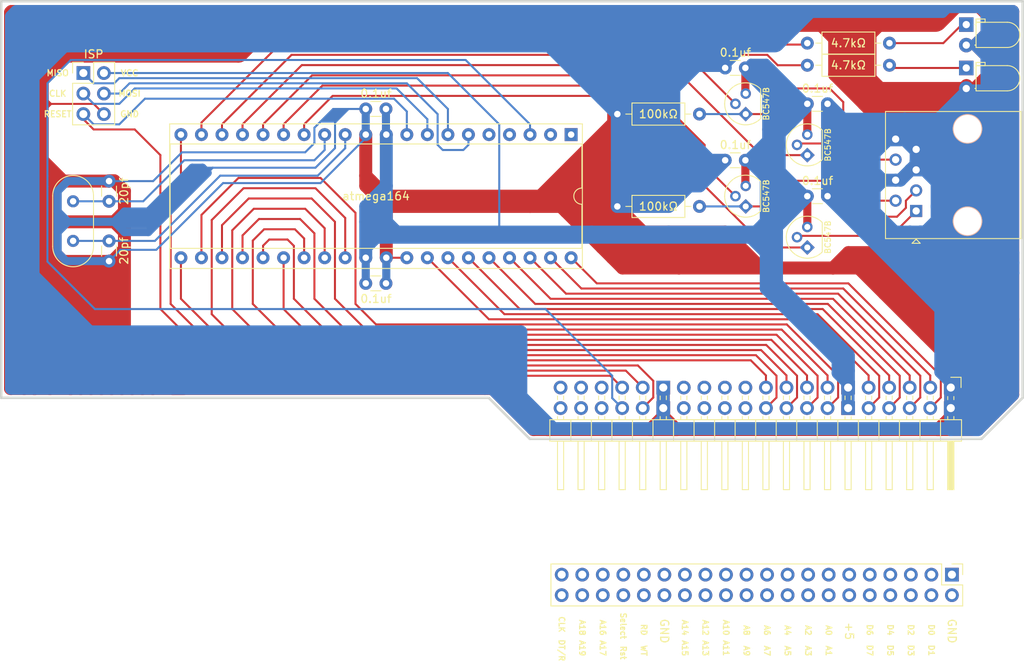
<source format=kicad_pcb>
(kicad_pcb (version 20171130) (host pcbnew "(5.1.10)-1")
  (layers (0 F.Cu signal) (31 B.Cu signal hide) (34 B.Paste user hide) (35 F.Paste user hide) (36 B.SilkS user) (37 F.SilkS user) (38 B.Mask user) (39 F.Mask user) (44 Edge.Cuts user))
  (net 0 "")
  (module Connector_PinHeader_2.54mm:PinHeader_2x20_P2.54mm_Vertical (layer F.Cu) (at 466.6996 332.9432 270)
    (fp_text reference " " (at 1.27 -3.81 90) (layer F.SilkS) (effects (font (thickness 0.2))))
    (fp_text value PinHeader_2x20_P2.54mm_Vertical)
    (pad 1 thru_hole rect (at 0 0 270) (size 1.7 1.7) (drill 1) (layers *.Cu *.Mask))
    (pad 2 thru_hole oval (at 2.54 0 270) (size 1.7 1.7) (drill 1) (layers *.Cu *.Mask))
    (pad 3 thru_hole oval (at 0 2.54 270) (size 1.7 1.7) (drill 1) (layers *.Cu *.Mask))
    (pad 4 thru_hole oval (at 2.54 2.54 270) (size 1.7 1.7) (drill 1) (layers *.Cu *.Mask))
    (pad 5 thru_hole oval (at 0 5.08 270) (size 1.7 1.7) (drill 1) (layers *.Cu *.Mask))
    (pad 6 thru_hole oval (at 2.54 5.08 270) (size 1.7 1.7) (drill 1) (layers *.Cu *.Mask))
    (pad 7 thru_hole oval (at 0 7.62 270) (size 1.7 1.7) (drill 1) (layers *.Cu *.Mask))
    (pad 8 thru_hole oval (at 2.54 7.62 270) (size 1.7 1.7) (drill 1) (layers *.Cu *.Mask))
    (pad 9 thru_hole oval (at 0 10.16 270) (size 1.7 1.7) (drill 1) (layers *.Cu *.Mask))
    (pad 10 thru_hole oval (at 2.54 10.16 270) (size 1.7 1.7) (drill 1) (layers *.Cu *.Mask))
    (pad 11 thru_hole oval (at 0 12.7 270) (size 1.7 1.7) (drill 1) (layers *.Cu *.Mask))
    (pad 12 thru_hole oval (at 2.54 12.7 270) (size 1.7 1.7) (drill 1) (layers *.Cu *.Mask))
    (pad 13 thru_hole oval (at 0 15.24 270) (size 1.7 1.7) (drill 1) (layers *.Cu *.Mask))
    (pad 14 thru_hole oval (at 2.54 15.24 270) (size 1.7 1.7) (drill 1) (layers *.Cu *.Mask))
    (pad 15 thru_hole oval (at 0 17.78 270) (size 1.7 1.7) (drill 1) (layers *.Cu *.Mask))
    (pad 16 thru_hole oval (at 2.54 17.78 270) (size 1.7 1.7) (drill 1) (layers *.Cu *.Mask))
    (pad 17 thru_hole oval (at 0 20.32 270) (size 1.7 1.7) (drill 1) (layers *.Cu *.Mask))
    (pad 18 thru_hole oval (at 2.54 20.32 270) (size 1.7 1.7) (drill 1) (layers *.Cu *.Mask))
    (pad 19 thru_hole oval (at 0 22.86 270) (size 1.7 1.7) (drill 1) (layers *.Cu *.Mask))
    (pad 20 thru_hole oval (at 2.54 22.86 270) (size 1.7 1.7) (drill 1) (layers *.Cu *.Mask))
    (pad 21 thru_hole oval (at 0 25.4 270) (size 1.7 1.7) (drill 1) (layers *.Cu *.Mask))
    (pad 22 thru_hole oval (at 2.54 25.4 270) (size 1.7 1.7) (drill 1) (layers *.Cu *.Mask))
    (pad 23 thru_hole oval (at 0 27.94 270) (size 1.7 1.7) (drill 1) (layers *.Cu *.Mask))
    (pad 24 thru_hole oval (at 2.54 27.94 270) (size 1.7 1.7) (drill 1) (layers *.Cu *.Mask))
    (pad 25 thru_hole oval (at 0 30.48 270) (size 1.7 1.7) (drill 1) (layers *.Cu *.Mask))
    (pad 26 thru_hole oval (at 2.54 30.48 270) (size 1.7 1.7) (drill 1) (layers *.Cu *.Mask))
    (pad 27 thru_hole oval (at 0 33.02 270) (size 1.7 1.7) (drill 1) (layers *.Cu *.Mask))
    (pad 28 thru_hole oval (at 2.54 33.02 270) (size 1.7 1.7) (drill 1) (layers *.Cu *.Mask))
    (pad 29 thru_hole oval (at 0 35.56 270) (size 1.7 1.7) (drill 1) (layers *.Cu *.Mask))
    (pad 30 thru_hole oval (at 2.54 35.56 270) (size 1.7 1.7) (drill 1) (layers *.Cu *.Mask))
    (pad 31 thru_hole oval (at 0 38.1 270) (size 1.7 1.7) (drill 1) (layers *.Cu *.Mask))
    (pad 32 thru_hole oval (at 2.54 38.1 270) (size 1.7 1.7) (drill 1) (layers *.Cu *.Mask))
    (pad 33 thru_hole oval (at 0 40.64 270) (size 1.7 1.7) (drill 1) (layers *.Cu *.Mask))
    (pad 34 thru_hole oval (at 2.54 40.64 270) (size 1.7 1.7) (drill 1) (layers *.Cu *.Mask))
    (pad 35 thru_hole oval (at 0 43.18 270) (size 1.7 1.7) (drill 1) (layers *.Cu *.Mask))
    (pad 36 thru_hole oval (at 2.54 43.18 270) (size 1.7 1.7) (drill 1) (layers *.Cu *.Mask))
    (pad 37 thru_hole oval (at 0 45.72 270) (size 1.7 1.7) (drill 1) (layers *.Cu *.Mask))
    (pad 38 thru_hole oval (at 2.54 45.72 270) (size 1.7 1.7) (drill 1) (layers *.Cu *.Mask))
    (pad 39 thru_hole oval (at 0 48.26 270) (size 1.7 1.7) (drill 1) (layers *.Cu *.Mask))
    (pad 40 thru_hole oval (at 2.54 48.26 270) (size 1.7 1.7) (drill 1) (layers *.Cu *.Mask))
  )
  (module LED_THT:LED_D3.0mm_Horizontal_O1.27mm_Z6.0mm (layer F.Cu) (at 468.47506 272.7706 90)
    (fp_text reference TX)
    (fp_text value LED_D3.0mm_Horizontal_O1.27mm_Z6.0mm)
    (pad 2 thru_hole circle (at 0 0 90) (size 1.8 1.8) (drill 0.9) (layers *.Cu *.Mask))
    (pad 1 thru_hole rect (at 2.54 0 90) (size 1.8 1.8) (drill 0.9) (layers *.Cu *.Mask))
  )
  (module Resistor_THT:R_Axial_DIN0207_L6.3mm_D2.5mm_P10.16mm_Horizontal (layer F.Cu) (at 458.97546 267.1572 180)
    (fp_text reference 4.7kΩ (at 5.08 0) (layer F.SilkS))
    (fp_text value R_Axial_DIN0207_L6.3mm_D2.5mm_P10.16mm_Horizontal)
    (pad 2 thru_hole oval (at 10.16 0 180) (size 1.6 1.6) (drill 0.8) (layers *.Cu *.Mask))
    (pad 1 thru_hole circle (at 0 0 180) (size 1.6 1.6) (drill 0.8) (layers *.Cu *.Mask))
  )
  (module Connector_PinHeader_2.54mm:PinHeader_2x03_P2.54mm_Vertical (layer F.Cu) (at 359.28046 270.85798)
    (fp_text reference ISP (at 1.27 -2.33) (layer F.SilkS))
    (fp_text value PinHeader_2x03_P2.54mm_Vertical)
    (pad 1 thru_hole rect (at 0 0) (size 1.7 1.7) (drill 1) (layers *.Cu *.Mask))
    (pad 2 thru_hole oval (at 2.54 0) (size 1.7 1.7) (drill 1) (layers *.Cu *.Mask))
    (pad 3 thru_hole oval (at 0 2.54) (size 1.7 1.7) (drill 1) (layers *.Cu *.Mask))
    (pad 4 thru_hole oval (at 2.54 2.54) (size 1.7 1.7) (drill 1) (layers *.Cu *.Mask))
    (pad 5 thru_hole oval (at 0 5.08) (size 1.7 1.7) (drill 1) (layers *.Cu *.Mask))
    (pad 6 thru_hole oval (at 2.54 5.08) (size 1.7 1.7) (drill 1) (layers *.Cu *.Mask))
  )
  (module Resistor_THT:R_Axial_DIN0207_L6.3mm_D2.5mm_P10.16mm_Horizontal (layer F.Cu) (at 458.97546 269.89278 180)
    (fp_text reference 4.7kΩ (at 5.08 0) (layer F.SilkS))
    (fp_text value R_Axial_DIN0207_L6.3mm_D2.5mm_P10.16mm_Horizontal)
    (pad 1 thru_hole circle (at 0 0 180) (size 1.6 1.6) (drill 0.8) (layers *.Cu *.Mask))
    (pad 2 thru_hole oval (at 10.16 0 180) (size 1.6 1.6) (drill 0.8) (layers *.Cu *.Mask))
  )
  (module Capacitor_THT:C_Disc_D3.0mm_W1.6mm_P2.50mm (layer F.Cu) (at 362.45546 286.73298 90)
    (fp_text reference 20pf (at 1.27 1.8542 90) (layer F.SilkS))
    (fp_text value C_Disc_D3.0mm_W1.6mm_P2.50mm)
    (pad 2 thru_hole circle (at 2.5 0 90) (size 1.6 1.6) (drill 0.8) (layers *.Cu *.Mask))
    (pad 1 thru_hole circle (at 0 0 90) (size 1.6 1.6) (drill 0.8) (layers *.Cu *.Mask))
  )
  (module Crystal:Crystal_HC18-U_Vertical (layer F.Cu) (at 358.01046 286.73298 270)
    (fp_text reference " " hide)
    (fp_text value Crystal_HC18-U_Vertical)
    (pad 2 thru_hole circle (at 4.9 0 270) (size 1.5 1.5) (drill 0.8) (layers *.Cu *.Mask))
    (pad 1 thru_hole circle (at 0 0 270) (size 1.5 1.5) (drill 0.8) (layers *.Cu *.Mask))
  )
  (module Capacitor_THT:C_Disc_D3.0mm_W1.6mm_P2.50mm (layer F.Cu) (at 362.45546 294.13518 90)
    (fp_text reference 20pf (at 1.27 1.8542 90) (layer F.SilkS))
    (fp_text value C_Disc_D3.0mm_W1.6mm_P2.50mm)
    (pad 1 thru_hole circle (at 0 0 90) (size 1.6 1.6) (drill 0.8) (layers *.Cu *.Mask))
    (pad 2 thru_hole circle (at 2.5 0 90) (size 1.6 1.6) (drill 0.8) (layers *.Cu *.Mask))
  )
  (module Capacitor_THT:C_Disc_D3.0mm_W1.6mm_P2.50mm (layer F.Cu) (at 448.81546 286.09798)
    (fp_text reference 0.1uf (at 1.27 -1.905 unlocked) (layer F.SilkS))
    (fp_text value C_Disc_D3.0mm_W1.6mm_P2.50mm)
    (pad 1 thru_hole circle (at 0 0) (size 1.6 1.6) (drill 0.8) (layers *.Cu *.Mask))
    (pad 2 thru_hole circle (at 2.5 0) (size 1.6 1.6) (drill 0.8) (layers *.Cu *.Mask))
  )
  (module Capacitor_THT:C_Disc_D3.0mm_W1.6mm_P2.50mm (layer F.Cu) (at 394.20546 275.30298)
    (fp_text reference 0.1uf (at 1.27 -1.905 unlocked) (layer F.SilkS))
    (fp_text value C_Disc_D3.0mm_W1.6mm_P2.50mm)
    (pad 1 thru_hole circle (at 0 0) (size 1.6 1.6) (drill 0.8) (layers *.Cu *.Mask))
    (pad 2 thru_hole circle (at 2.5 0) (size 1.6 1.6) (drill 0.8) (layers *.Cu *.Mask))
  )
  (module Capacitor_THT:C_Disc_D3.0mm_W1.6mm_P2.50mm (layer F.Cu) (at 394.20546 296.89298)
    (fp_text reference 0.1uf (at 1.27 1.905 unlocked) (layer F.SilkS))
    (fp_text value C_Disc_D3.0mm_W1.6mm_P2.50mm)
    (pad 1 thru_hole circle (at 0 0) (size 1.6 1.6) (drill 0.8) (layers *.Cu *.Mask))
    (pad 2 thru_hole circle (at 2.5 0) (size 1.6 1.6) (drill 0.8) (layers *.Cu *.Mask))
  )
  (module LED_THT:LED_D3.0mm_Horizontal_O1.27mm_Z6.0mm (layer F.Cu) (at 468.47506 267.40358 90)
    (fp_text reference RX)
    (fp_text value LED_D3.0mm_Horizontal_O1.27mm_Z6.0mm)
    (pad 2 thru_hole circle (at 0 0 90) (size 1.8 1.8) (drill 0.9) (layers *.Cu *.Mask))
    (pad 1 thru_hole rect (at 2.54 0 90) (size 1.8 1.8) (drill 0.9) (layers *.Cu *.Mask))
  )
  (module Connector_PinHeader_2.54mm:PinHeader_2x20_P2.54mm_Horizontal (layer F.Cu) (at 466.5599 309.78602 270)
    (fp_text reference "20pin conn." hide)
    (fp_text value PinHeader_2x20_P2.54mm_Horizontal)
    (pad 40 thru_hole oval (at 2.54 48.26 270) (size 1.7 1.7) (drill 1) (layers *.Cu *.Mask))
    (pad 39 thru_hole oval (at 0 48.26 270) (size 1.7 1.7) (drill 1) (layers *.Cu *.Mask))
    (pad 38 thru_hole oval (at 2.54 45.72 270) (size 1.7 1.7) (drill 1) (layers *.Cu *.Mask))
    (pad 37 thru_hole oval (at 0 45.72 270) (size 1.7 1.7) (drill 1) (layers *.Cu *.Mask))
    (pad 36 thru_hole oval (at 2.54 43.18 270) (size 1.7 1.7) (drill 1) (layers *.Cu *.Mask))
    (pad 35 thru_hole oval (at 0 43.18 270) (size 1.7 1.7) (drill 1) (layers *.Cu *.Mask))
    (pad 34 thru_hole oval (at 2.54 40.64 270) (size 1.7 1.7) (drill 1) (layers *.Cu *.Mask))
    (pad 33 thru_hole oval (at 0 40.64 270) (size 1.7 1.7) (drill 1) (layers *.Cu *.Mask))
    (pad 32 thru_hole oval (at 2.54 38.1 270) (size 1.7 1.7) (drill 1) (layers *.Cu *.Mask))
    (pad 31 thru_hole oval (at 0 38.1 270) (size 1.7 1.7) (drill 1) (layers *.Cu *.Mask))
    (pad 30 thru_hole rect (at 2.54 35.56 270) (size 1.7 1.7) (drill 1) (layers *.Cu *.Mask))
    (pad 29 thru_hole rect (at 0 35.56 270) (size 1.7 1.7) (drill 1) (layers *.Cu *.Mask))
    (pad 28 thru_hole oval (at 2.54 33.02 270) (size 1.7 1.7) (drill 1) (layers *.Cu *.Mask))
    (pad 27 thru_hole oval (at 0 33.02 270) (size 1.7 1.7) (drill 1) (layers *.Cu *.Mask))
    (pad 26 thru_hole oval (at 2.54 30.48 270) (size 1.7 1.7) (drill 1) (layers *.Cu *.Mask))
    (pad 25 thru_hole oval (at 0 30.48 270) (size 1.7 1.7) (drill 1) (layers *.Cu *.Mask))
    (pad 24 thru_hole oval (at 2.54 27.94 270) (size 1.7 1.7) (drill 1) (layers *.Cu *.Mask))
    (pad 23 thru_hole oval (at 0 27.94 270) (size 1.7 1.7) (drill 1) (layers *.Cu *.Mask))
    (pad 22 thru_hole oval (at 2.54 25.4 270) (size 1.7 1.7) (drill 1) (layers *.Cu *.Mask))
    (pad 21 thru_hole oval (at 0 25.4 270) (size 1.7 1.7) (drill 1) (layers *.Cu *.Mask))
    (pad 20 thru_hole oval (at 2.54 22.86 270) (size 1.7 1.7) (drill 1) (layers *.Cu *.Mask))
    (pad 19 thru_hole oval (at 0 22.86 270) (size 1.7 1.7) (drill 1) (layers *.Cu *.Mask))
    (pad 18 thru_hole oval (at 2.54 20.32 270) (size 1.7 1.7) (drill 1) (layers *.Cu *.Mask))
    (pad 17 thru_hole oval (at 0 20.32 270) (size 1.7 1.7) (drill 1) (layers *.Cu *.Mask))
    (pad 16 thru_hole oval (at 2.54 17.78 270) (size 1.7 1.7) (drill 1) (layers *.Cu *.Mask))
    (pad 15 thru_hole oval (at 0 17.78 270) (size 1.7 1.7) (drill 1) (layers *.Cu *.Mask))
    (pad 14 thru_hole oval (at 2.54 15.24 270) (size 1.7 1.7) (drill 1) (layers *.Cu *.Mask))
    (pad 13 thru_hole oval (at 0 15.24 270) (size 1.7 1.7) (drill 1) (layers *.Cu *.Mask))
    (pad 12 thru_hole rect (at 2.54 12.7 270) (size 1.7 1.7) (drill 1) (layers *.Cu *.Mask))
    (pad 11 thru_hole rect (at 0 12.7 270) (size 1.7 1.7) (drill 1) (layers *.Cu *.Mask))
    (pad 10 thru_hole oval (at 2.54 10.16 270) (size 1.7 1.7) (drill 1) (layers *.Cu *.Mask))
    (pad 9 thru_hole oval (at 0 10.16 270) (size 1.7 1.7) (drill 1) (layers *.Cu *.Mask))
    (pad 8 thru_hole oval (at 2.54 7.62 270) (size 1.7 1.7) (drill 1) (layers *.Cu *.Mask))
    (pad 7 thru_hole oval (at 0 7.62 270) (size 1.7 1.7) (drill 1) (layers *.Cu *.Mask))
    (pad 6 thru_hole oval (at 2.54 5.08 270) (size 1.7 1.7) (drill 1) (layers *.Cu *.Mask))
    (pad 5 thru_hole oval (at 0 5.08 270) (size 1.7 1.7) (drill 1) (layers *.Cu *.Mask))
    (pad 4 thru_hole oval (at 2.54 2.54 270) (size 1.7 1.7) (drill 1) (layers *.Cu *.Mask))
    (pad 3 thru_hole oval (at 0 2.54 270) (size 1.7 1.7) (drill 1) (layers *.Cu *.Mask))
    (pad 2 thru_hole rect (at 2.54 0 270) (size 1.7 1.7) (drill 1) (layers *.Cu *.Mask))
    (pad 1 thru_hole rect (at 0 0 270) (size 1.7 1.7) (drill 1) (layers *.Cu *.Mask))
  )
  (module Package_DIP:DIP-40_W15.24mm_Socket (layer F.Cu) (at 419.60546 278.47798 270)
    (fp_text reference atmega164 (at 7.62 24.13) (layer F.SilkS))
    (fp_text value DIP-40_W15.24mm_Socket)
    (pad 1 thru_hole rect (at 0 0 270) (size 1.6 1.6) (drill 0.8) (layers *.Cu *.Mask))
    (pad 21 thru_hole oval (at 15.24 48.26 270) (size 1.6 1.6) (drill 0.8) (layers *.Cu *.Mask))
    (pad 2 thru_hole oval (at 0 2.54 270) (size 1.6 1.6) (drill 0.8) (layers *.Cu *.Mask))
    (pad 22 thru_hole oval (at 15.24 45.72 270) (size 1.6 1.6) (drill 0.8) (layers *.Cu *.Mask))
    (pad 3 thru_hole oval (at 0 5.08 270) (size 1.6 1.6) (drill 0.8) (layers *.Cu *.Mask))
    (pad 23 thru_hole oval (at 15.24 43.18 270) (size 1.6 1.6) (drill 0.8) (layers *.Cu *.Mask))
    (pad 4 thru_hole oval (at 0 7.62 270) (size 1.6 1.6) (drill 0.8) (layers *.Cu *.Mask))
    (pad 24 thru_hole oval (at 15.24 40.64 270) (size 1.6 1.6) (drill 0.8) (layers *.Cu *.Mask))
    (pad 5 thru_hole oval (at 0 10.16 270) (size 1.6 1.6) (drill 0.8) (layers *.Cu *.Mask))
    (pad 25 thru_hole oval (at 15.24 38.1 270) (size 1.6 1.6) (drill 0.8) (layers *.Cu *.Mask))
    (pad 6 thru_hole oval (at 0 12.7 270) (size 1.6 1.6) (drill 0.8) (layers *.Cu *.Mask))
    (pad 26 thru_hole oval (at 15.24 35.56 270) (size 1.6 1.6) (drill 0.8) (layers *.Cu *.Mask))
    (pad 7 thru_hole oval (at 0 15.24 270) (size 1.6 1.6) (drill 0.8) (layers *.Cu *.Mask))
    (pad 27 thru_hole oval (at 15.24 33.02 270) (size 1.6 1.6) (drill 0.8) (layers *.Cu *.Mask))
    (pad 8 thru_hole oval (at 0 17.78 270) (size 1.6 1.6) (drill 0.8) (layers *.Cu *.Mask))
    (pad 28 thru_hole oval (at 15.24 30.48 270) (size 1.6 1.6) (drill 0.8) (layers *.Cu *.Mask))
    (pad 9 thru_hole oval (at 0 20.32 270) (size 1.6 1.6) (drill 0.8) (layers *.Cu *.Mask))
    (pad 29 thru_hole oval (at 15.24 27.94 270) (size 1.6 1.6) (drill 0.8) (layers *.Cu *.Mask))
    (pad 10 thru_hole oval (at 0 22.86 270) (size 1.6 1.6) (drill 0.8) (layers *.Cu *.Mask))
    (pad 30 thru_hole oval (at 15.24 25.4 270) (size 1.6 1.6) (drill 0.8) (layers *.Cu *.Mask))
    (pad 11 thru_hole oval (at 0 25.4 270) (size 1.6 1.6) (drill 0.8) (layers *.Cu *.Mask))
    (pad 31 thru_hole oval (at 15.24 22.86 270) (size 1.6 1.6) (drill 0.8) (layers *.Cu *.Mask))
    (pad 12 thru_hole oval (at 0 27.94 270) (size 1.6 1.6) (drill 0.8) (layers *.Cu *.Mask))
    (pad 32 thru_hole oval (at 15.24 20.32 270) (size 1.6 1.6) (drill 0.8) (layers *.Cu *.Mask))
    (pad 13 thru_hole oval (at 0 30.48 270) (size 1.6 1.6) (drill 0.8) (layers *.Cu *.Mask))
    (pad 33 thru_hole oval (at 15.24 17.78 270) (size 1.6 1.6) (drill 0.8) (layers *.Cu *.Mask))
    (pad 14 thru_hole oval (at 0 33.02 270) (size 1.6 1.6) (drill 0.8) (layers *.Cu *.Mask))
    (pad 34 thru_hole oval (at 15.24 15.24 270) (size 1.6 1.6) (drill 0.8) (layers *.Cu *.Mask))
    (pad 15 thru_hole oval (at 0 35.56 270) (size 1.6 1.6) (drill 0.8) (layers *.Cu *.Mask))
    (pad 35 thru_hole oval (at 15.24 12.7 270) (size 1.6 1.6) (drill 0.8) (layers *.Cu *.Mask))
    (pad 16 thru_hole oval (at 0 38.1 270) (size 1.6 1.6) (drill 0.8) (layers *.Cu *.Mask))
    (pad 36 thru_hole oval (at 15.24 10.16 270) (size 1.6 1.6) (drill 0.8) (layers *.Cu *.Mask))
    (pad 17 thru_hole oval (at 0 40.64 270) (size 1.6 1.6) (drill 0.8) (layers *.Cu *.Mask))
    (pad 37 thru_hole oval (at 15.24 7.62 270) (size 1.6 1.6) (drill 0.8) (layers *.Cu *.Mask))
    (pad 18 thru_hole oval (at 0 43.18 270) (size 1.6 1.6) (drill 0.8) (layers *.Cu *.Mask))
    (pad 38 thru_hole oval (at 15.24 5.08 270) (size 1.6 1.6) (drill 0.8) (layers *.Cu *.Mask))
    (pad 19 thru_hole oval (at 0 45.72 270) (size 1.6 1.6) (drill 0.8) (layers *.Cu *.Mask))
    (pad 39 thru_hole oval (at 15.24 2.54 270) (size 1.6 1.6) (drill 0.8) (layers *.Cu *.Mask))
    (pad 20 thru_hole oval (at 0 48.26 270) (size 1.6 1.6) (drill 0.8) (layers *.Cu *.Mask))
    (pad 40 thru_hole oval (at 15.24 0 270) (size 1.6 1.6) (drill 0.8) (layers *.Cu *.Mask))
  )
  (module Connector_RJ:RJ45_OST_PJ012-8P8CX_Vertical (layer F.Cu) (at 462.27746 287.92678 90)
    (fp_text reference RJ45)
    (fp_text value RJ45_OST_PJ012-8P8CX_Vertical)
    (pad "" np_thru_hole circle (at 10.16 6.35 90) (size 3.65 3.65) (drill 3.45) (layers *.Cu *.SilkS *.Mask))
    (pad "" np_thru_hole circle (at -1.27 6.35 90) (size 3.65 3.65) (drill 3.45) (layers *.Cu *.SilkS *.Mask))
    (pad 1 thru_hole rect (at 0 0 90) (size 1.5 1.5) (drill 0.9) (layers *.Cu *.Mask))
    (pad 2 thru_hole circle (at 1.27 -2.54 90) (size 1.5 1.5) (drill 0.9) (layers *.Cu *.Mask))
    (pad 3 thru_hole circle (at 2.54 0 90) (size 1.5 1.5) (drill 0.9) (layers *.Cu *.Mask))
    (pad 4 thru_hole circle (at 3.81 -2.54 90) (size 1.5 1.5) (drill 0.9) (layers *.Cu *.Mask))
    (pad 5 thru_hole circle (at 5.08 0 90) (size 1.5 1.5) (drill 0.9) (layers *.Cu *.Mask))
    (pad 6 thru_hole circle (at 6.35 -2.54 90) (size 1.5 1.5) (drill 0.9) (layers *.Cu *.Mask))
    (pad 7 thru_hole circle (at 7.62 0 90) (size 1.5 1.5) (drill 0.9) (layers *.Cu *.Mask))
    (pad 8 thru_hole circle (at 8.89 -2.54 90) (size 1.5 1.5) (drill 0.9) (layers *.Cu *.Mask))
  )
  (module Package_TO_SOT_THT:TO-92 (layer F.Cu) (at 441.19546 275.93798 90)
    (fp_text reference BC547B (at 1.27 2.54 90) (layer F.SilkS) (effects (font (size 0.7 0.7) (thickness 0.125))))
    (fp_text value TO-92)
    (pad 2 thru_hole circle (at 1.27 -1.27 90) (size 1.3 1.3) (drill 0.75) (layers *.Cu *.Mask))
    (pad 3 thru_hole circle (at 2.54 0 90) (size 1.3 1.3) (drill 0.75) (layers *.Cu *.Mask))
    (pad 1 thru_hole rect (at 0 0 135) (size 1.3 1.3) (drill 0.75) (layers *.Cu *.Mask))
  )
  (module Package_TO_SOT_THT:TO-92 (layer F.Cu) (at 448.81546 281.01798 90)
    (fp_text reference BC547B (at 1.27 2.54 90) (layer F.SilkS) (effects (font (size 0.7 0.7) (thickness 0.125))))
    (fp_text value TO-92)
    (pad 1 thru_hole rect (at 0 0 135) (size 1.3 1.3) (drill 0.75) (layers *.Cu *.Mask))
    (pad 3 thru_hole circle (at 2.54 0 90) (size 1.3 1.3) (drill 0.75) (layers *.Cu *.Mask))
    (pad 2 thru_hole circle (at 1.27 -1.27 90) (size 1.3 1.3) (drill 0.75) (layers *.Cu *.Mask))
  )
  (module Package_TO_SOT_THT:TO-92 (layer F.Cu) (at 448.81546 292.44798 90)
    (fp_text reference BC547B (at 1.27 2.54 90) (layer F.SilkS) (effects (font (size 0.7 0.7) (thickness 0.125))))
    (fp_text value TO-92)
    (pad 1 thru_hole rect (at 0 0 135) (size 1.3 1.3) (drill 0.75) (layers *.Cu *.Mask))
    (pad 3 thru_hole circle (at 2.54 0 90) (size 1.3 1.3) (drill 0.75) (layers *.Cu *.Mask))
    (pad 2 thru_hole circle (at 1.27 -1.27 90) (size 1.3 1.3) (drill 0.75) (layers *.Cu *.Mask))
  )
  (module Package_TO_SOT_THT:TO-92 (layer F.Cu) (at 441.19546 287.36798 90)
    (fp_text reference BC547B (at 1.27 2.54 90) (layer F.SilkS) (effects (font (size 0.7 0.7) (thickness 0.125))))
    (fp_text value TO-92)
    (pad 2 thru_hole circle (at 1.27 -1.27 90) (size 1.3 1.3) (drill 0.75) (layers *.Cu *.Mask))
    (pad 3 thru_hole circle (at 2.54 0 90) (size 1.3 1.3) (drill 0.75) (layers *.Cu *.Mask))
    (pad 1 thru_hole rect (at 0 0 135) (size 1.3 1.3) (drill 0.75) (layers *.Cu *.Mask))
  )
  (module Resistor_THT:R_Axial_DIN0207_L6.3mm_D2.5mm_P10.16mm_Horizontal (layer F.Cu) (at 435.48046 275.93798 180)
    (fp_text reference 100kΩ (at 5.08 0) (layer F.SilkS))
    (fp_text value R_Axial_DIN0207_L6.3mm_D2.5mm_P10.16mm_Horizontal)
    (pad 2 thru_hole oval (at 10.16 0 180) (size 1.6 1.6) (drill 0.8) (layers *.Cu *.Mask))
    (pad 1 thru_hole circle (at 0 0 180) (size 1.6 1.6) (drill 0.8) (layers *.Cu *.Mask))
  )
  (module Resistor_THT:R_Axial_DIN0207_L6.3mm_D2.5mm_P10.16mm_Horizontal (layer F.Cu) (at 435.48046 287.36798 180)
    (fp_text reference 100kΩ (at 5.08 0) (layer F.SilkS))
    (fp_text value R_Axial_DIN0207_L6.3mm_D2.5mm_P10.16mm_Horizontal)
    (pad 2 thru_hole oval (at 10.16 0 180) (size 1.6 1.6) (drill 0.8) (layers *.Cu *.Mask))
    (pad 1 thru_hole circle (at 0 0 180) (size 1.6 1.6) (drill 0.8) (layers *.Cu *.Mask))
  )
  (module Capacitor_THT:C_Disc_D3.0mm_W1.6mm_P2.50mm (layer F.Cu) (at 438.65546 270.22298)
    (fp_text reference 0.1uf (at 1.27 -1.905 unlocked) (layer F.SilkS))
    (fp_text value C_Disc_D3.0mm_W1.6mm_P2.50mm)
    (pad 1 thru_hole circle (at 0 0) (size 1.6 1.6) (drill 0.8) (layers *.Cu *.Mask))
    (pad 2 thru_hole circle (at 2.5 0) (size 1.6 1.6) (drill 0.8) (layers *.Cu *.Mask))
  )
  (module Capacitor_THT:C_Disc_D3.0mm_W1.6mm_P2.50mm (layer F.Cu) (at 438.65546 281.65298)
    (fp_text reference 0.1uf (at 1.27 -1.905 unlocked) (layer F.SilkS))
    (fp_text value C_Disc_D3.0mm_W1.6mm_P2.50mm)
    (pad 2 thru_hole circle (at 2.5 0) (size 1.6 1.6) (drill 0.8) (layers *.Cu *.Mask))
    (pad 1 thru_hole circle (at 0 0) (size 1.6 1.6) (drill 0.8) (layers *.Cu *.Mask))
  )
  (module Capacitor_THT:C_Disc_D3.0mm_W1.6mm_P2.50mm (layer F.Cu) (at 448.81546 274.66798)
    (fp_text reference 0.1uf (at 1.27 -1.905 unlocked) (layer F.SilkS))
    (fp_text value C_Disc_D3.0mm_W1.6mm_P2.50mm)
    (pad 2 thru_hole circle (at 2.5 0) (size 1.6 1.6) (drill 0.8) (layers *.Cu *.Mask))
    (pad 1 thru_hole circle (at 0 0) (size 1.6 1.6) (drill 0.8) (layers *.Cu *.Mask))
  )
  (gr_text Select (at 426.0596 340.995 270) (layer F.SilkS) (effects (font (size 0.7 0.7)) (justify right)))
  (gr_text A17 (at 423.5196 343.1032 270) (layer F.SilkS) (effects (font (size 0.7 0.7)) (justify right)))
  (gr_text A16 (at 423.5196 340.5632 270) (layer F.SilkS) (effects (font (size 0.7 0.7)) (justify right)))
  (gr_text A19 (at 420.9796 343.1032 270) (layer F.SilkS) (effects (font (size 0.7 0.7)) (justify right)))
  (gr_text A18 (at 420.9796 340.5632 270) (layer F.SilkS) (effects (font (size 0.7 0.7)) (justify right)))
  (gr_text DT/R (at 418.4396 343.7382 270) (layer F.SilkS) (effects (font (size 0.7 0.7)) (justify right)))
  (gr_text CLK (at 418.4396 340.1822 270) (layer F.SilkS) (effects (font (size 0.7 0.7)) (justify right)))
  (gr_text WT (at 428.5996 343.1032 270) (layer F.SilkS) (effects (font (size 0.7 0.7)) (justify right)))
  (gr_text A14 (at 433.6796 340.5632 270) (layer F.SilkS) (effects (font (size 0.7 0.7)) (justify right)))
  (gr_text A15 (at 433.6796 343.1032 270) (layer F.SilkS) (effects (font (size 0.7 0.7)) (justify right)))
  (gr_text A13 (at 436.2196 343.1032 270) (layer F.SilkS) (effects (font (size 0.7 0.7)) (justify right)))
  (gr_text A12 (at 436.2196 340.5632 270) (layer F.SilkS) (effects (font (size 0.7 0.7)) (justify right)))
  (gr_text A9 (at 441.2996 343.1032 270) (layer F.SilkS) (effects (font (size 0.7 0.7)) (justify right)))
  (gr_text A10 (at 438.7596 340.5632 270) (layer F.SilkS) (effects (font (size 0.7 0.7)) (justify right)))
  (gr_text A11 (at 438.7596 343.1032 270) (layer F.SilkS) (effects (font (size 0.7 0.7)) (justify right)))
  (gr_text A8 (at 441.2996 340.5632 270) (layer F.SilkS) (effects (font (size 0.7 0.7)) (justify right)))
  (gr_text A6 (at 443.8396 340.5632 270) (layer F.SilkS) (effects (font (size 0.7 0.7)) (justify right)))
  (gr_text A7 (at 443.8396 343.1032 270) (layer F.SilkS) (effects (font (size 0.7 0.7)) (justify right)))
  (gr_text A5 (at 446.3796 343.1032 270) (layer F.SilkS) (effects (font (size 0.7 0.7)) (justify right)))
  (gr_text A4 (at 446.3796 340.5632 270) (layer F.SilkS) (effects (font (size 0.7 0.7)) (justify right)))
  (gr_text A2 (at 448.9196 340.5632 270) (layer F.SilkS) (effects (font (size 0.7 0.7)) (justify right)))
  (gr_text A3 (at 448.9196 343.1032 270) (layer F.SilkS) (effects (font (size 0.7 0.7)) (justify right)))
  (gr_text A1 (at 451.4596 343.1032 270) (layer F.SilkS) (effects (font (size 0.7 0.7)) (justify right)))
  (gr_text A0 (at 451.4596 340.5632 270) (layer F.SilkS) (effects (font (size 0.7 0.7)) (justify right)))
  (gr_text D5 (at 459.0796 343.1032 270) (layer F.SilkS) (effects (font (size 0.7 0.7)) (justify right)))
  (gr_text D6 (at 456.5396 340.5632 270) (layer F.SilkS) (effects (font (size 0.7 0.7)) (justify right)))
  (gr_text D7 (at 456.5396 343.1032 270) (layer F.SilkS) (effects (font (size 0.7 0.7)) (justify right)))
  (gr_text D4 (at 459.0796 340.5632 270) (layer F.SilkS) (effects (font (size 0.7 0.7)) (justify right)))
  (gr_text GND (at 466.6996 339.9282 270) (layer F.SilkS) (effects (font (size 1 1))))
  (gr_text +5 (at 453.9996 339.9282 270) (layer F.SilkS) (effects (font (size 1 1))))
  (gr_text GND (at 431.1396 339.9282 270) (layer F.SilkS) (effects (font (size 1 1))))
  (gr_text D2 (at 461.6196 340.5632 270) (layer F.SilkS) (effects (font (size 0.7 0.7)) (justify right)))
  (gr_text D3 (at 461.6196 343.1032 270) (layer F.SilkS) (effects (font (size 0.7 0.7)) (justify right)))
  (gr_text Rst (at 426.0596 343.535 270) (layer F.SilkS) (effects (font (size 0.7 0.7)) (justify right)))
  (gr_text D1 (at 464.1596 343.1032 270) (layer F.SilkS) (effects (font (size 0.7 0.7)) (justify right)))
  (gr_text RD (at 428.5996 340.5632 270) (layer F.SilkS) (effects (font (size 0.7 0.7)) (justify right)))
  (gr_text D0 (at 464.1596 340.5632 270) (layer F.SilkS) (effects (font (size 0.7 0.7)) (justify right)))
  (gr_line (start 475.4499 311.05602) (end 475.4499 261.96798) (layer Edge.Cuts) (width 0.3))
  (gr_line (start 470.3699 316.13602) (end 475.4499 311.05602) (layer Edge.Cuts) (width 0.3))
  (gr_line (start 414.4899 316.13602) (end 409.4099 311.05602) (layer Edge.Cuts) (width 0.3))
  (gr_line (start 349.12046 311.05602) (end 349.12046 261.96798) (layer Edge.Cuts) (width 0.3))
  (gr_line (start 409.4099 311.05602) (end 349.12046 311.05602) (layer Edge.Cuts) (width 0.3))
  (gr_line (start 414.4899 316.13602) (end 470.3699 316.13602) (layer Edge.Cuts) (width 0.3))
  (gr_line (start 349.12046 261.96798) (end 475.4499 261.96798) (layer Edge.Cuts) (width 0.3))
  (gr_text MOSI (at 364.99546 273.39798) (layer F.SilkS) (effects (font (size 0.75 0.75))))
  (gr_text GND (at 364.99546 275.93798) (layer F.SilkS) (effects (font (size 0.75 0.75))))
  (gr_text MISO (at 356.10546 270.85798) (layer F.SilkS) (effects (font (size 0.75 0.75))))
  (gr_text CLK (at 356.10546 273.39798) (layer F.SilkS) (effects (font (size 0.75 0.75))))
  (gr_text RESET (at 356.10546 275.93798) (layer F.SilkS) (effects (font (size 0.75 0.75))))
  (gr_text VCC (at 364.99546 270.85798) (layer F.SilkS) (effects (font (size 0.75 0.75))))
  (segment (start 409.44546 301.33798) (end 401.82546 293.71798) (width 0.25) (layer F.Cu) (net 0))
  (segment (start 450.72046 300.06798) (end 413.25546 300.06798) (width 0.25) (layer F.Cu) (net 0))
  (segment (start 456.3999 308.28742) (end 449.45046 301.33798) (width 0.25) (layer F.Cu) (net 0))
  (segment (start 458.9399 308.28742) (end 450.72046 300.06798) (width 0.25) (layer F.Cu) (net 0))
  (segment (start 456.3999 309.78602) (end 456.3999 308.28742) (width 0.25) (layer F.Cu) (net 0))
  (segment (start 404.36546 293.71798) (end 411.35046 300.70298) (width 0.25) (layer F.Cu) (net 0))
  (segment (start 411.35046 300.70298) (end 450.08546 300.70298) (width 0.25) (layer F.Cu) (net 0))
  (segment (start 457.70546 308.32298) (end 457.70546 311.02046) (width 0.25) (layer F.Cu) (net 0))
  (segment (start 457.70546 311.02046) (end 456.3999 312.32602) (width 0.25) (layer F.Cu) (net 0))
  (segment (start 458.9399 309.78602) (end 458.9399 308.28742) (width 0.25) (layer F.Cu) (net 0))
  (segment (start 449.45046 301.33798) (end 409.44546 301.33798) (width 0.25) (layer F.Cu) (net 0))
  (segment (start 460.24546 311.02046) (end 460.24546 308.32298) (width 0.25) (layer F.Cu) (net 0))
  (segment (start 451.35546 299.43298) (end 415.16046 299.43298) (width 0.25) (layer F.Cu) (net 0))
  (segment (start 460.24546 308.32298) (end 451.35546 299.43298) (width 0.25) (layer F.Cu) (net 0))
  (segment (start 458.9399 312.32602) (end 460.24546 311.02046) (width 0.25) (layer F.Cu) (net 0))
  (segment (start 450.08546 300.70298) (end 457.70546 308.32298) (width 0.25) (layer F.Cu) (net 0))
  (segment (start 413.25546 300.06798) (end 406.90546 293.71798) (width 0.25) (layer F.Cu) (net 0))
  (segment (start 415.16046 299.43298) (end 409.44546 293.71798) (width 0.25) (layer F.Cu) (net 0))
  (segment (start 461.4799 309.78602) (end 461.4799 308.28742) (width 0.25) (layer F.Cu) (net 0))
  (segment (start 461.4799 308.28742) (end 451.99046 298.79798) (width 0.25) (layer F.Cu) (net 0))
  (segment (start 451.99046 298.79798) (end 417.06546 298.79798) (width 0.25) (layer F.Cu) (net 0))
  (segment (start 417.06546 298.79798) (end 411.98546 293.71798) (width 0.25) (layer F.Cu) (net 0))
  (segment (start 461.4799 312.32602) (end 462.78546 311.02046) (width 0.25) (layer F.Cu) (net 0))
  (segment (start 462.78546 311.02046) (end 462.78546 308.32298) (width 0.25) (layer F.Cu) (net 0))
  (segment (start 462.78546 308.32298) (end 452.62546 298.16298) (width 0.25) (layer F.Cu) (net 0))
  (segment (start 452.62546 298.16298) (end 418.97046 298.16298) (width 0.25) (layer F.Cu) (net 0))
  (segment (start 418.97046 298.16298) (end 414.52546 293.71798) (width 0.25) (layer F.Cu) (net 0))
  (segment (start 464.0199 309.78602) (end 464.0199 308.28742) (width 0.25) (layer F.Cu) (net 0))
  (segment (start 464.0199 308.28742) (end 453.26046 297.52798) (width 0.25) (layer F.Cu) (net 0))
  (segment (start 453.26046 297.52798) (end 420.87546 297.52798) (width 0.25) (layer F.Cu) (net 0))
  (segment (start 420.87546 297.52798) (end 417.06546 293.71798) (width 0.25) (layer F.Cu) (net 0))
  (segment (start 464.0199 312.32602) (end 465.32546 311.02046) (width 0.25) (layer F.Cu) (net 0))
  (segment (start 465.32546 311.02046) (end 465.32546 308.32298) (width 0.25) (layer F.Cu) (net 0))
  (segment (start 465.32546 308.32298) (end 453.89546 296.89298) (width 0.25) (layer F.Cu) (net 0))
  (segment (start 453.89546 296.89298) (end 422.78046 296.89298) (width 0.25) (layer F.Cu) (net 0))
  (segment (start 422.78046 296.89298) (end 419.60546 293.71798) (width 0.25) (layer F.Cu) (net 0))
  (segment (start 432.61849 314.98601) (end 465.00349 314.98601) (width 1.6) (layer F.Cu) (net 0))
  (segment (start 446.2399 312.32602) (end 447.54546 311.02046) (width 0.25) (layer F.Cu) (net 0))
  (segment (start 447.54546 311.02046) (end 447.54546 308.32298) (width 0.25) (layer F.Cu) (net 0))
  (segment (start 447.54546 308.32298) (end 443.73546 304.51298) (width 0.25) (layer F.Cu) (net 0))
  (segment (start 443.73546 304.51298) (end 388.49046 304.51298) (width 0.25) (layer F.Cu) (net 0))
  (segment (start 388.49046 304.51298) (end 384.04546 300.06798) (width 0.25) (layer F.Cu) (net 0))
  (segment (start 384.04546 300.06798) (end 384.04546 293.71798) (width 0.25) (layer F.Cu) (net 0))
  (segment (start 425.9199 309.78602) (end 424.45686 308.32298) (width 0.25) (layer F.Cu) (net 0))
  (segment (start 424.45686 308.32298) (end 377.06046 308.32298) (width 0.25) (layer F.Cu) (net 0))
  (segment (start 377.06046 308.32298) (end 368.80546 300.06798) (width 0.25) (layer F.Cu) (net 0))
  (segment (start 368.80546 300.06798) (end 368.80546 281.01798) (width 0.25) (layer F.Cu) (net 0))
  (segment (start 368.80546 281.01798) (end 365.63046 277.84298) (width 0.25) (layer F.Cu) (net 0))
  (segment (start 365.63046 277.84298) (end 360.55046 277.84298) (width 0.25) (layer F.Cu) (net 0))
  (segment (start 360.55046 277.84298) (end 359.28046 276.57298) (width 0.25) (layer F.Cu) (net 0))
  (segment (start 359.28046 276.57298) (end 359.28046 275.93798) (width 0.25) (layer F.Cu) (net 0))
  (segment (start 428.4599 309.78602) (end 426.36186 307.68798) (width 0.25) (layer F.Cu) (net 0))
  (segment (start 426.36186 307.68798) (end 378.33046 307.68798) (width 0.25) (layer F.Cu) (net 0))
  (segment (start 378.33046 307.68798) (end 370.07546 299.43298) (width 0.25) (layer F.Cu) (net 0))
  (segment (start 370.07546 299.43298) (end 370.07546 286.09798) (width 0.25) (layer F.Cu) (net 0))
  (segment (start 370.07546 286.09798) (end 371.34546 284.82798) (width 0.25) (layer F.Cu) (net 0))
  (segment (start 371.34546 284.82798) (end 371.34546 278.47798) (width 0.25) (layer F.Cu) (net 0))
  (segment (start 428.4599 312.32602) (end 429.76546 311.02046) (width 0.25) (layer F.Cu) (net 0))
  (segment (start 429.76546 311.02046) (end 429.76546 308.95798) (width 0.25) (layer F.Cu) (net 0))
  (segment (start 429.76546 308.95798) (end 427.86046 307.05298) (width 0.25) (layer F.Cu) (net 0))
  (segment (start 427.86046 307.05298) (end 379.60046 307.05298) (width 0.25) (layer F.Cu) (net 0))
  (segment (start 379.60046 307.05298) (end 371.34546 298.79798) (width 0.25) (layer F.Cu) (net 0))
  (segment (start 371.34546 298.79798) (end 371.34546 293.71798) (width 0.25) (layer F.Cu) (net 0))
  (segment (start 409.886249 309.90601) (end 411.66349 309.90601) (width 1.6) (layer F.Cu) (net 0))
  (segment (start 411.66349 309.90601) (end 416.74349 314.98601) (width 1.6) (layer F.Cu) (net 0))
  (segment (start 416.74349 314.98601) (end 416.75243 314.98601) (width 1.6) (layer F.Cu) (net 0))
  (segment (start 364.36046 303.87798) (end 370.38849 309.90601) (width 1.6) (layer F.Cu) (net 0))
  (segment (start 370.38849 309.90601) (end 371.66743 309.90601) (width 1.6) (layer F.Cu) (net 0))
  (segment (start 368.17046 308.95798) (end 368.17046 309.59298) (width 1.6) (layer F.Cu) (net 0))
  (segment (start 368.17046 309.59298) (end 367.85743 309.90601) (width 1.6) (layer F.Cu) (net 0))
  (segment (start 366.90046 307.68798) (end 366.90046 309.58404) (width 1.6) (layer F.Cu) (net 0))
  (segment (start 366.90046 309.58404) (end 366.57849 309.90601) (width 1.6) (layer F.Cu) (net 0))
  (segment (start 365.63046 306.41798) (end 365.63046 309.58404) (width 1.6) (layer F.Cu) (net 0))
  (segment (start 365.63046 309.58404) (end 365.30849 309.90601) (width 1.6) (layer F.Cu) (net 0))
  (segment (start 364.36046 305.14798) (end 364.36046 309.58404) (width 1.6) (layer F.Cu) (net 0))
  (segment (start 364.36046 309.58404) (end 364.03849 309.90601) (width 1.6) (layer F.Cu) (net 0))
  (segment (start 363.09046 303.87798) (end 363.09046 309.58404) (width 1.6) (layer F.Cu) (net 0))
  (segment (start 363.09046 309.58404) (end 362.76849 309.90601) (width 1.6) (layer F.Cu) (net 0))
  (segment (start 361.82046 302.60798) (end 361.82046 309.59298) (width 1.6) (layer F.Cu) (net 0))
  (segment (start 361.82046 309.59298) (end 361.50743 309.90601) (width 1.6) (layer F.Cu) (net 0))
  (segment (start 360.55046 301.33798) (end 360.55046 309.58404) (width 1.6) (layer F.Cu) (net 0))
  (segment (start 360.55046 309.58404) (end 360.22849 309.90601) (width 1.6) (layer F.Cu) (net 0))
  (segment (start 359.28046 300.06798) (end 359.28046 309.58404) (width 1.6) (layer F.Cu) (net 0))
  (segment (start 359.28046 309.58404) (end 358.95849 309.90601) (width 1.6) (layer F.Cu) (net 0))
  (segment (start 358.01046 298.79798) (end 358.01046 309.59298) (width 1.6) (layer F.Cu) (net 0))
  (segment (start 358.01046 309.59298) (end 357.69743 309.90601) (width 1.6) (layer F.Cu) (net 0))
  (segment (start 356.74046 297.52798) (end 356.74046 308.94904) (width 1.6) (layer F.Cu) (net 0))
  (segment (start 356.74046 308.94904) (end 357.69743 309.90601) (width 1.6) (layer F.Cu) (net 0))
  (segment (start 355.47046 296.25798) (end 355.47046 309.58404) (width 1.6) (layer F.Cu) (net 0))
  (segment (start 355.47046 309.58404) (end 355.14849 309.90601) (width 1.6) (layer F.Cu) (net 0))
  (segment (start 354.20046 293.71798) (end 354.20046 308.94904) (width 1.6) (layer F.Cu) (net 0))
  (segment (start 354.20046 308.94904) (end 353.24349 309.90601) (width 1.6) (layer F.Cu) (net 0))
  (segment (start 353.24349 309.90601) (end 352.93046 309.59298) (width 1.6) (layer F.Cu) (net 0))
  (segment (start 352.93046 309.59298) (end 352.93046 263.23798) (width 1.6) (layer F.Cu) (net 0))
  (segment (start 351.66046 263.23798) (end 351.66046 309.59298) (width 1.6) (layer F.Cu) (net 0))
  (segment (start 351.66046 309.59298) (end 351.97349 309.90601) (width 1.6) (layer F.Cu) (net 0))
  (segment (start 350.27047 309.90601) (end 350.27047 263.35797) (width 1.6) (layer F.Cu) (net 0))
  (segment (start 350.27047 263.35797) (end 350.39046 263.23798) (width 1.6) (layer F.Cu) (net 0))
  (segment (start 440.56046 267.68298) (end 438.65546 269.58798) (width 1.6) (layer B.Cu) (net 0))
  (segment (start 438.65546 269.58798) (end 438.65546 270.22298) (width 1.6) (layer B.Cu) (net 0))
  (segment (start 416.75243 314.98601) (end 414.966248 314.98601) (width 1.6) (layer F.Cu) (net 0))
  (segment (start 414.966248 314.98601) (end 409.886249 309.90601) (width 1.6) (layer F.Cu) (net 0))
  (segment (start 409.886249 309.90601) (end 350.27047 309.90601) (width 1.6) (layer F.Cu) (net 0))
  (segment (start 378.46 268.31798) (end 382.27 264.50798) (width 2.5) (layer F.Cu) (net 0))
  (segment (start 384.04546 264.50798) (end 464.69046 264.50798) (width 2.5) (layer F.Cu) (net 0))
  (segment (start 357.37546 264.50798) (end 382.14046 264.50798) (width 2.5) (layer F.Cu) (net 0))
  (segment (start 356.10546 265.77798) (end 380.87046 265.77798) (width 2.5) (layer F.Cu) (net 0))
  (segment (start 353.56546 271.49298) (end 358.64546 266.41298) (width 2.5) (layer F.Cu) (net 0))
  (segment (start 465.32546 296.25798) (end 465.32546 300.06798) (width 1.6) (layer B.Cu) (net 0))
  (segment (start 457.07046 289.90798) (end 464.69046 297.52798) (width 1.6) (layer B.Cu) (net 0))
  (segment (start 457.07046 288.00298) (end 457.07046 289.90798) (width 1.6) (layer B.Cu) (net 0))
  (segment (start 459.61046 290.54298) (end 465.32546 296.25798) (width 1.6) (layer B.Cu) (net 0))
  (segment (start 457.07046 288.00298) (end 459.61046 290.54298) (width 1.6) (layer B.Cu) (net 0))
  (segment (start 459.61046 290.54298) (end 461.51546 290.54298) (width 1.6) (layer B.Cu) (net 0))
  (segment (start 457.07046 285.46298) (end 457.07046 288.00298) (width 1.6) (layer B.Cu) (net 0))
  (segment (start 457.835 284.48) (end 456.4888 285.8262) (width 1.6) (layer B.Cu) (net 0))
  (segment (start 459.73746 284.11678) (end 458.41666 284.11678) (width 1.6) (layer B.Cu) (net 0))
  (segment (start 463.42046 282.92298) (end 464.69046 284.19298) (width 1.6) (layer B.Cu) (net 0))
  (segment (start 463.42046 281.44978) (end 463.42046 281.65298) (width 1.6) (layer B.Cu) (net 0))
  (segment (start 463.42046 281.65298) (end 464.61426 282.84678) (width 1.6) (layer B.Cu) (net 0))
  (segment (start 462.27746 280.30678) (end 463.42046 281.44978) (width 1.6) (layer B.Cu) (net 0))
  (segment (start 462.27746 282.84678) (end 464.61426 282.84678) (width 1.6) (layer B.Cu) (net 0))
  (segment (start 464.61426 282.84678) (end 465.32546 283.55798) (width 1.6) (layer B.Cu) (net 0))
  (segment (start 462.27746 281.77998) (end 462.27746 280.30678) (width 1.6) (layer B.Cu) (net 0))
  (segment (start 462.27746 282.84678) (end 462.27746 281.77998) (width 1.6) (layer B.Cu) (net 0))
  (segment (start 462.27746 281.77998) (end 462.27746 282.16098) (width 1.6) (layer B.Cu) (net 0))
  (segment (start 462.27746 282.16098) (end 461.59166 282.84678) (width 1.6) (layer B.Cu) (net 0))
  (segment (start 460.32166 284.11678) (end 461.59166 282.84678) (width 1.6) (layer B.Cu) (net 0))
  (segment (start 461.59166 282.84678) (end 462.27746 282.84678) (width 1.6) (layer B.Cu) (net 0))
  (segment (start 459.73746 284.11678) (end 460.32166 284.11678) (width 1.6) (layer B.Cu) (net 0))
  (segment (start 462.78546 290.54298) (end 461.51546 290.54298) (width 1.6) (layer B.Cu) (net 0))
  (segment (start 471.67546 290.54298) (end 462.78546 290.54298) (width 1.6) (layer B.Cu) (net 0))
  (segment (start 462.78546 290.54298) (end 463.42046 290.54298) (width 1.6) (layer B.Cu) (net 0))
  (segment (start 463.42046 290.54298) (end 465.32546 288.63798) (width 1.6) (layer B.Cu) (net 0))
  (segment (start 466.5599 296.22242) (end 466.5599 295.58742) (width 1.6) (layer B.Cu) (net 0))
  (segment (start 466.5599 295.58742) (end 461.51546 290.54298) (width 1.6) (layer B.Cu) (net 0))
  (segment (start 472.94546 291.81298) (end 462.78546 291.81298) (width 1.6) (layer B.Cu) (net 0))
  (segment (start 463.42046 279.11298) (end 460.88046 276.57298) (width 1.6) (layer B.Cu) (net 0))
  (segment (start 461.19796 276.89048) (end 462.27746 277.96998) (width 1) (layer B.Cu) (net 0))
  (segment (start 444.37046 272.76298) (end 441.83046 270.22298) (width 1) (layer B.Cu) (net 0))
  (segment (start 441.83046 270.22298) (end 441.15546 270.22298) (width 1) (layer B.Cu) (net 0))
  (segment (start 441.15546 270.22298) (end 441.15546 270.81798) (width 1) (layer B.Cu) (net 0))
  (segment (start 441.15546 270.81798) (end 443.73546 273.39798) (width 1) (layer B.Cu) (net 0))
  (segment (start 443.73546 270.85798) (end 445.64046 272.76298) (width 1) (layer B.Cu) (net 0))
  (segment (start 443.10046 270.85798) (end 445.00546 272.76298) (width 1) (layer B.Cu) (net 0))
  (segment (start 441.83046 269.58798) (end 443.73546 269.58798) (width 1) (layer B.Cu) (net 0))
  (segment (start 443.73546 269.58798) (end 444.37046 270.22298) (width 1) (layer B.Cu) (net 0))
  (segment (start 441.19546 270.22298) (end 441.83046 269.58798) (width 1) (layer B.Cu) (net 0))
  (segment (start 444.37046 270.22298) (end 446.91046 272.76298) (width 1) (layer B.Cu) (net 0))
  (segment (start 441.19546 270.22298) (end 444.37046 270.22298) (width 1) (layer B.Cu) (net 0))
  (segment (start 443.73546 272.76298) (end 441.19546 270.22298) (width 1) (layer B.Cu) (net 0))
  (segment (start 446.27546 273.39798) (end 446.91046 274.03298) (width 1.6) (layer B.Cu) (net 0))
  (segment (start 446.91046 272.76298) (end 444.37046 272.76298) (width 1) (layer B.Cu) (net 0))
  (segment (start 448.81546 274.66798) (end 446.91046 272.76298) (width 1) (layer B.Cu) (net 0))
  (segment (start 447.54546 286.09798) (end 448.81546 286.09798) (width 1) (layer B.Cu) (net 0))
  (segment (start 446.27546 286.09798) (end 447.54546 286.09798) (width 1) (layer B.Cu) (net 0))
  (segment (start 445.64046 282.92298) (end 445.64046 284.19298) (width 1) (layer B.Cu) (net 0))
  (segment (start 445.64046 284.19298) (end 445.64046 284.82798) (width 1) (layer B.Cu) (net 0))
  (segment (start 447.54546 286.09798) (end 445.64046 284.19298) (width 1) (layer B.Cu) (net 0))
  (segment (start 445.64046 278.47798) (end 445.64046 282.92298) (width 1) (layer B.Cu) (net 0))
  (segment (start 448.81546 286.09798) (end 445.64046 282.92298) (width 1) (layer B.Cu) (net 0))
  (segment (start 441.19546 281.65298) (end 443.73546 279.11298) (width 1) (layer B.Cu) (net 0))
  (segment (start 443.73546 283.55798) (end 443.73546 289.27298) (width 1.6) (layer B.Cu) (net 0))
  (segment (start 443.73546 289.27298) (end 443.41796 289.59048) (width 1.6) (layer B.Cu) (net 0))
  (segment (start 445.00546 289.90798) (end 448.81546 286.09798) (width 1.6) (layer B.Cu) (net 0))
  (segment (start 445.64046 289.27298) (end 445.95796 289.27298) (width 1) (layer B.Cu) (net 0))
  (segment (start 445.95796 289.27298) (end 448.81546 286.41548) (width 1) (layer B.Cu) (net 0))
  (segment (start 448.81546 286.41548) (end 448.81546 286.09798) (width 1) (layer B.Cu) (net 0))
  (segment (start 447.22796 287.36798) (end 447.54546 287.68548) (width 1) (layer B.Cu) (net 0))
  (segment (start 446.91046 287.36798) (end 446.59296 287.68548) (width 1) (layer B.Cu) (net 0))
  (segment (start 445.64046 285.46298) (end 446.27546 286.09798) (width 1) (layer B.Cu) (net 0))
  (segment (start 448.18046 275.30298) (end 447.54546 275.30298) (width 1) (layer B.Cu) (net 0))
  (segment (start 447.54546 275.30298) (end 447.22796 274.98548) (width 1) (layer B.Cu) (net 0))
  (segment (start 446.27546 277.20798) (end 445.32296 276.25548) (width 1) (layer B.Cu) (net 0))
  (segment (start 445.64046 274.66798) (end 445.64046 277.84298) (width 1) (layer B.Cu) (net 0))
  (segment (start 443.73546 273.39798) (end 446.91046 276.57298) (width 1) (layer B.Cu) (net 0))
  (segment (start 447.54546 275.93798) (end 446.59296 274.98548) (width 1) (layer B.Cu) (net 0))
  (segment (start 444.68796 279.43048) (end 448.81546 275.30298) (width 1) (layer B.Cu) (net 0))
  (segment (start 448.81546 275.30298) (end 448.81546 274.66798) (width 1) (layer B.Cu) (net 0))
  (segment (start 444.37046 272.76298) (end 446.27546 274.66798) (width 1) (layer B.Cu) (net 0))
  (segment (start 446.27546 274.66798) (end 448.81546 274.66798) (width 1) (layer B.Cu) (net 0))
  (segment (start 448.81546 274.66798) (end 448.81546 278.47798) (width 1) (layer F.Cu) (net 0))
  (segment (start 448.81546 286.09798) (end 448.81546 289.90798) (width 1) (layer F.Cu) (net 0))
  (segment (start 443.73546 273.39798) (end 443.73546 274.66798) (width 1) (layer B.Cu) (net 0))
  (segment (start 443.73546 274.66798) (end 443.73546 277.84298) (width 1) (layer B.Cu) (net 0))
  (segment (start 445.64046 286.73298) (end 448.18046 286.73298) (width 1) (layer B.Cu) (net 0))
  (segment (start 441.83046 282.28798) (end 443.73546 284.19298) (width 1) (layer B.Cu) (net 0))
  (segment (start 441.19546 281.65298) (end 441.83046 282.28798) (width 1) (layer B.Cu) (net 0))
  (segment (start 442.46546 281.65298) (end 443.10046 281.01798) (width 1) (layer B.Cu) (net 0))
  (segment (start 442.46546 280.38298) (end 443.73546 280.38298) (width 1) (layer B.Cu) (net 0))
  (segment (start 441.19546 281.65298) (end 441.83046 281.01798) (width 1) (layer B.Cu) (net 0))
  (segment (start 445.95796 288.32048) (end 446.59296 287.68548) (width 1.6) (layer B.Cu) (net 0))
  (segment (start 442.46546 281.65298) (end 443.73546 282.92298) (width 1) (layer B.Cu) (net 0))
  (segment (start 442.46546 290.54298) (end 443.41796 289.59048) (width 1.6) (layer B.Cu) (net 0))
  (segment (start 443.41796 289.59048) (end 445.00546 288.00298) (width 1.6) (layer B.Cu) (net 0))
  (segment (start 453.8599 309.78602) (end 453.8599 309.55742) (width 1.6) (layer B.Cu) (net 0))
  (segment (start 396.74546 286.09798) (end 396.74546 288.00298) (width 1.6) (layer B.Cu) (net 0))
  (segment (start 396.74546 288.00298) (end 396.74546 289.27298) (width 1.6) (layer B.Cu) (net 0))
  (segment (start 395.47546 289.27298) (end 396.74546 288.00298) (width 1.6) (layer B.Cu) (net 0))
  (segment (start 395.47546 290.54298) (end 395.47546 289.27298) (width 1.6) (layer B.Cu) (net 0))
  (segment (start 422.14546 290.54298) (end 398.01546 290.54298) (width 1.6) (layer B.Cu) (net 0))
  (segment (start 398.01546 290.54298) (end 394.84046 290.54298) (width 1.6) (layer B.Cu) (net 0))
  (segment (start 396.74546 289.27298) (end 398.01546 290.54298) (width 1.6) (layer B.Cu) (net 0))
  (segment (start 394.84046 288.00298) (end 396.74546 286.09798) (width 1.6) (layer B.Cu) (net 0))
  (segment (start 396.74546 286.09798) (end 396.74546 284.82798) (width 1.6) (layer B.Cu) (net 0))
  (segment (start 394.84046 289.90798) (end 394.20546 289.27298) (width 1.6) (layer B.Cu) (net 0))
  (segment (start 396.11046 291.17798) (end 394.84046 289.90798) (width 1.6) (layer B.Cu) (net 0))
  (segment (start 394.84046 289.90798) (end 394.84046 288.00298) (width 1.6) (layer B.Cu) (net 0))
  (segment (start 396.74546 278.47798) (end 396.74546 284.82798) (width 1.6) (layer B.Cu) (net 0))
  (segment (start 394.20546 293.71798) (end 394.20546 287.36798) (width 1.6) (layer B.Cu) (net 0))
  (segment (start 394.20546 287.36798) (end 396.74546 284.82798) (width 1.6) (layer B.Cu) (net 0))
  (segment (start 394.20546 293.71798) (end 394.20546 293.08298) (width 1) (layer B.Cu) (net 0))
  (segment (start 394.20546 293.08298) (end 394.20546 287.36798) (width 1) (layer B.Cu) (net 0))
  (segment (start 395.47546 291.17798) (end 394.20546 292.44798) (width 1.6) (layer B.Cu) (net 0))
  (segment (start 442.46546 291.17798) (end 395.47546 291.17798) (width 1.6) (layer B.Cu) (net 0))
  (segment (start 354.20046 268.31798) (end 354.20046 268.95298) (width 1.6) (layer B.Cu) (net 0))
  (segment (start 352.93046 268.31798) (end 352.93046 270.85798) (width 1.6) (layer B.Cu) (net 0))
  (segment (start 357.37546 267.04798) (end 351.02546 267.04798) (width 2.5) (layer B.Cu) (net 0))
  (segment (start 356.10546 293.08298) (end 356.10546 290.54298) (width 1) (layer B.Cu) (net 0))
  (segment (start 357.37546 289.27298) (end 356.10546 290.54298) (width 1) (layer B.Cu) (net 0))
  (segment (start 356.10546 290.54298) (end 356.10546 289.27298) (width 1) (layer B.Cu) (net 0))
  (segment (start 356.10546 289.27298) (end 357.37546 289.27298) (width 1) (layer B.Cu) (net 0))
  (segment (start 356.10546 289.27298) (end 356.10546 288.00298) (width 1) (layer B.Cu) (net 0))
  (segment (start 356.10546 288.00298) (end 356.10546 285.46298) (width 1) (layer B.Cu) (net 0))
  (segment (start 357.37546 289.27298) (end 356.10546 288.00298) (width 1) (layer B.Cu) (net 0))
  (segment (start 362.45546 294.13518) (end 357.15766 294.13518) (width 1) (layer B.Cu) (net 0))
  (segment (start 357.15766 294.13518) (end 356.10546 293.08298) (width 1) (layer B.Cu) (net 0))
  (segment (start 356.10546 285.46298) (end 357.33546 284.23298) (width 1) (layer B.Cu) (net 0))
  (segment (start 357.33546 284.23298) (end 362.45546 284.23298) (width 1) (layer B.Cu) (net 0))
  (segment (start 445.00546 289.90798) (end 445.00546 288.63798) (width 1.6) (layer B.Cu) (net 0))
  (segment (start 445.00546 288.63798) (end 445.00546 284.82798) (width 1.6) (layer B.Cu) (net 0))
  (segment (start 445.00546 292.44798) (end 445.00546 289.90798) (width 1.6) (layer B.Cu) (net 0))
  (segment (start 445.00546 290.54298) (end 443.10046 290.54298) (width 1.6) (layer B.Cu) (net 0))
  (segment (start 445.00546 292.44798) (end 443.10046 290.54298) (width 1.6) (layer B.Cu) (net 0))
  (segment (start 434.84546 269.58798) (end 432.94046 267.68298) (width 1.6) (layer B.Cu) (net 0))
  (segment (start 439.29046 268.95298) (end 434.84546 268.95298) (width 1.6) (layer B.Cu) (net 0))
  (segment (start 355.78796 264.19048) (end 354.20046 265.77798) (width 2.5) (layer F.Cu) (net 0))
  (segment (start 354.20046 263.87298) (end 354.20046 265.77798) (width 1.6) (layer F.Cu) (net 0))
  (segment (start 354.20046 265.77798) (end 354.20046 268.31798) (width 1.6) (layer F.Cu) (net 0))
  (segment (start 354.20046 268.31798) (end 354.20046 281.65298) (width 1.6) (layer F.Cu) (net 0))
  (segment (start 466.5599 312.32602) (end 466.5599 313.4296) (width 1.6) (layer F.Cu) (net 0))
  (segment (start 466.5599 313.4296) (end 465.00349 314.98601) (width 1.6) (layer F.Cu) (net 0))
  (segment (start 466.59546 296.18686) (end 466.5599 296.22242) (width 1.6) (layer F.Cu) (net 0))
  (segment (start 466.5599 312.32602) (end 466.5599 312.73242) (width 1.6) (layer F.Cu) (net 0))
  (segment (start 466.5599 312.73242) (end 467.86546 314.03798) (width 1.6) (layer F.Cu) (net 0))
  (segment (start 466.5599 309.78602) (end 466.5599 312.32602) (width 1.6) (layer F.Cu) (net 0))
  (segment (start 363.09046 296.25798) (end 363.72546 295.62298) (width 2.5) (layer F.Cu) (net 0))
  (segment (start 361.82046 294.98798) (end 363.09046 296.25798) (width 2.5) (layer F.Cu) (net 0))
  (segment (start 359.91546 294.98798) (end 363.72546 298.79798) (width 2.5) (layer F.Cu) (net 0))
  (segment (start 358.01046 295.62298) (end 363.72546 301.33798) (width 2.5) (layer F.Cu) (net 0))
  (segment (start 356.74046 296.25798) (end 364.36046 303.87798) (width 1.6) (layer F.Cu) (net 0))
  (segment (start 364.36046 292.65658) (end 364.36046 303.87798) (width 1.6) (layer F.Cu) (net 0))
  (segment (start 355.19296 285.82048) (end 354.28046 286.73298) (width 1.6) (layer F.Cu) (net 0))
  (segment (start 356.78046 284.23298) (end 355.19296 285.82048) (width 1.6) (layer F.Cu) (net 0))
  (segment (start 356.78046 294.17518) (end 354.94436 292.33908) (width 1.6) (layer F.Cu) (net 0))
  (segment (start 354.94436 292.33908) (end 354.20046 291.59518) (width 1.6) (layer F.Cu) (net 0))
  (segment (start 355.19296 285.82048) (end 355.19296 292.09048) (width 1.6) (layer F.Cu) (net 0))
  (segment (start 355.19296 292.09048) (end 354.94436 292.33908) (width 1.6) (layer F.Cu) (net 0))
  (segment (start 364.36046 290.54298) (end 364.36046 288.00298) (width 1.6) (layer F.Cu) (net 0))
  (segment (start 362.45546 294.13518) (end 362.88186 294.13518) (width 1.6) (layer F.Cu) (net 0))
  (segment (start 362.88186 294.13518) (end 364.36046 292.65658) (width 1.6) (layer F.Cu) (net 0))
  (segment (start 364.36046 292.65658) (end 364.36046 290.54298) (width 1.6) (layer F.Cu) (net 0))
  (segment (start 364.36046 290.54298) (end 363.09046 289.27298) (width 1.6) (layer F.Cu) (net 0))
  (segment (start 354.20046 289.27298) (end 363.09046 289.27298) (width 1.6) (layer F.Cu) (net 0))
  (segment (start 363.09046 289.27298) (end 364.36046 288.00298) (width 1.6) (layer F.Cu) (net 0))
  (segment (start 364.36046 288.00298) (end 364.36046 285.46298) (width 1.6) (layer F.Cu) (net 0))
  (segment (start 363.09046 284.19298) (end 362.49546 284.19298) (width 1.6) (layer F.Cu) (net 0))
  (segment (start 364.36046 285.46298) (end 363.09046 284.19298) (width 1.6) (layer F.Cu) (net 0))
  (segment (start 362.49546 284.19298) (end 362.45546 284.23298) (width 1.6) (layer F.Cu) (net 0))
  (segment (start 354.20046 289.27298) (end 354.20046 293.71798) (width 1.6) (layer F.Cu) (net 0))
  (segment (start 354.20046 286.73298) (end 354.20046 289.27298) (width 1.6) (layer F.Cu) (net 0))
  (segment (start 356.91826 294.17518) (end 355.47046 294.17518) (width 1.6) (layer F.Cu) (net 0))
  (segment (start 354.20046 293.71798) (end 356.74046 296.25798) (width 1.6) (layer F.Cu) (net 0))
  (segment (start 362.45546 294.17518) (end 356.91826 294.17518) (width 1.6) (layer F.Cu) (net 0))
  (segment (start 356.91826 294.17518) (end 356.91826 296.08018) (width 1.6) (layer F.Cu) (net 0))
  (segment (start 362.45546 284.23298) (end 355.47046 284.23298) (width 1.6) (layer F.Cu) (net 0))
  (segment (start 356.78046 284.23298) (end 354.20046 281.65298) (width 1.6) (layer F.Cu) (net 0))
  (segment (start 354.20046 281.65298) (end 354.20046 286.73298) (width 1.6) (layer F.Cu) (net 0))
  (segment (start 354.28046 286.73298) (end 354.20046 286.73298) (width 1.6) (layer F.Cu) (net 0))
  (segment (start 432.61849 314.98601) (end 416.75243 314.98601) (width 1.6) (layer F.Cu) (net 0))
  (segment (start 431.67046 314.03798) (end 432.61849 314.98601) (width 1.6) (layer F.Cu) (net 0))
  (segment (start 430.9999 313.36742) (end 431.67046 314.03798) (width 1.6) (layer F.Cu) (net 0))
  (segment (start 430.9999 313.36742) (end 429.38131 314.98601) (width 1.6) (layer F.Cu) (net 0))
  (segment (start 430.9999 309.78602) (end 430.9999 313.36742) (width 1.6) (layer F.Cu) (net 0))
  (segment (start 410.71546 290.54298) (end 410.71546 277.20798) (width 0.25) (layer B.Cu) (net 0))
  (segment (start 410.71546 277.20798) (end 404.36546 270.85798) (width 0.25) (layer B.Cu) (net 0))
  (segment (start 404.36546 270.85798) (end 361.82046 270.85798) (width 0.25) (layer B.Cu) (net 0))
  (segment (start 404.36546 278.47798) (end 404.36546 275.30298) (width 0.25) (layer B.Cu) (net 0))
  (segment (start 404.36546 275.30298) (end 400.55546 271.49298) (width 0.25) (layer B.Cu) (net 0))
  (segment (start 400.55546 271.49298) (end 363.72546 271.49298) (width 0.25) (layer B.Cu) (net 0))
  (segment (start 360.55046 272.12798) (end 359.28046 270.85798) (width 0.25) (layer B.Cu) (net 0))
  (segment (start 363.72546 271.49298) (end 363.09046 272.12798) (width 0.25) (layer B.Cu) (net 0))
  (segment (start 363.09046 272.12798) (end 360.55046 272.12798) (width 0.25) (layer B.Cu) (net 0))
  (segment (start 406.90546 278.47798) (end 406.90546 279.74798) (width 0.25) (layer B.Cu) (net 0))
  (segment (start 406.90546 279.74798) (end 406.27046 280.38298) (width 0.25) (layer B.Cu) (net 0))
  (segment (start 406.27046 280.38298) (end 403.73046 280.38298) (width 0.25) (layer B.Cu) (net 0))
  (segment (start 403.73046 280.38298) (end 403.09546 279.74798) (width 0.25) (layer B.Cu) (net 0))
  (segment (start 403.09546 275.93798) (end 399.28546 272.12798) (width 0.25) (layer B.Cu) (net 0))
  (segment (start 399.28546 272.12798) (end 364.99546 272.12798) (width 0.25) (layer B.Cu) (net 0))
  (segment (start 403.09546 279.74798) (end 403.09546 275.93798) (width 0.25) (layer B.Cu) (net 0))
  (segment (start 364.99546 272.12798) (end 363.72546 273.39798) (width 0.25) (layer B.Cu) (net 0))
  (segment (start 363.72546 273.39798) (end 363.09046 273.39798) (width 0.25) (layer B.Cu) (net 0))
  (segment (start 363.09046 273.39798) (end 361.82046 273.39798) (width 0.25) (layer B.Cu) (net 0))
  (segment (start 399.28546 278.47798) (end 399.28546 275.62048) (width 0.25) (layer B.Cu) (net 0))
  (segment (start 399.28546 275.62048) (end 397.69796 274.03298) (width 0.25) (layer B.Cu) (net 0))
  (segment (start 366.90046 274.03298) (end 363.72546 277.20798) (width 0.25) (layer B.Cu) (net 0))
  (segment (start 397.69796 274.03298) (end 366.90046 274.03298) (width 0.25) (layer B.Cu) (net 0))
  (segment (start 363.72546 277.20798) (end 360.55046 277.20798) (width 0.25) (layer B.Cu) (net 0))
  (segment (start 360.55046 277.20798) (end 359.28046 275.93798) (width 0.25) (layer B.Cu) (net 0))
  (segment (start 401.82546 278.47798) (end 401.82546 276.57298) (width 0.25) (layer B.Cu) (net 0))
  (segment (start 360.55046 274.66798) (end 359.28046 273.39798) (width 0.25) (layer B.Cu) (net 0))
  (segment (start 401.82546 276.57298) (end 398.01546 272.76298) (width 0.25) (layer B.Cu) (net 0))
  (segment (start 398.01546 272.76298) (end 365.63046 272.76298) (width 0.25) (layer B.Cu) (net 0))
  (segment (start 365.63046 272.76298) (end 363.72546 274.66798) (width 0.25) (layer B.Cu) (net 0))
  (segment (start 363.72546 274.66798) (end 360.55046 274.66798) (width 0.25) (layer B.Cu) (net 0))
  (segment (start 396.74546 293.71798) (end 399.28546 293.71798) (width 0.25) (layer F.Cu) (net 0))
  (segment (start 358.01046 286.73298) (end 362.45546 286.73298) (width 0.25) (layer B.Cu) (net 0))
  (segment (start 362.45546 291.63518) (end 358.01266 291.63518) (width 0.25) (layer B.Cu) (net 0))
  (segment (start 358.01266 291.63518) (end 358.01046 291.63298) (width 0.25) (layer B.Cu) (net 0))
  (segment (start 469.77046 276.57298) (end 471.04046 277.84298) (width 1.6) (layer B.Cu) (net 0))
  (segment (start 471.04046 277.84298) (end 471.04046 290.54298) (width 1.6) (layer B.Cu) (net 0))
  (segment (start 474.21546 295.62298) (end 474.21546 294.35298) (width 1.6) (layer B.Cu) (net 0))
  (segment (start 474.21546 294.35298) (end 474.21546 293.08298) (width 1.6) (layer B.Cu) (net 0))
  (segment (start 474.21546 294.35298) (end 465.32546 294.35298) (width 1.6) (layer B.Cu) (net 0))
  (segment (start 474.21546 293.08298) (end 464.05546 293.08298) (width 1.6) (layer B.Cu) (net 0))
  (segment (start 469.44849 314.98601) (end 469.893552 314.98601) (width 1.6) (layer B.Cu) (net 0))
  (segment (start 469.893552 314.98601) (end 474.21546 310.664102) (width 1.6) (layer B.Cu) (net 0))
  (segment (start 466.59546 314.98601) (end 469.893552 314.98601) (width 1.6) (layer B.Cu) (net 0))
  (segment (start 466.5599 314.95045) (end 466.59546 314.98601) (width 1.6) (layer B.Cu) (net 0))
  (segment (start 466.5599 312.32602) (end 466.5599 314.95045) (width 1.6) (layer B.Cu) (net 0))
  (segment (start 395.47546 290.54298) (end 394.20546 291.81298) (width 1) (layer B.Cu) (net 0))
  (segment (start 446.59296 287.68548) (end 443.73546 284.82798) (width 1) (layer B.Cu) (net 0))
  (segment (start 445.00546 289.90798) (end 445.00546 289.27298) (width 1.6) (layer B.Cu) (net 0))
  (segment (start 445.00546 274.66798) (end 445.00546 284.82798) (width 1) (layer B.Cu) (net 0))
  (segment (start 445.00546 284.82798) (end 445.00546 286.09798) (width 1) (layer B.Cu) (net 0))
  (segment (start 425.32046 277.84298) (end 426.27296 276.89048) (width 1) (layer B.Cu) (net 0))
  (segment (start 426.27296 276.89048) (end 427.22546 275.93798) (width 1) (layer B.Cu) (net 0))
  (segment (start 425.32046 275.93798) (end 426.27296 276.89048) (width 1) (layer B.Cu) (net 0))
  (segment (start 425.32046 277.84298) (end 425.32046 275.93798) (width 1) (layer B.Cu) (net 0))
  (segment (start 394.20546 293.71798) (end 394.20546 296.89298) (width 1) (layer B.Cu) (net 0))
  (segment (start 396.74546 293.71798) (end 396.74546 296.85298) (width 1) (layer B.Cu) (net 0))
  (segment (start 396.74546 296.85298) (end 396.70546 296.89298) (width 1) (layer B.Cu) (net 0))
  (segment (start 396.70546 275.30298) (end 396.70546 278.43798) (width 1) (layer B.Cu) (net 0))
  (segment (start 396.70546 278.43798) (end 396.74546 278.47798) (width 1) (layer B.Cu) (net 0))
  (segment (start 394.20546 275.30298) (end 394.20546 278.47798) (width 1) (layer B.Cu) (net 0))
  (segment (start 425.32046 287.36798) (end 425.32046 285.46298) (width 1) (layer B.Cu) (net 0))
  (segment (start 425.32046 285.46298) (end 425.32046 282.92298) (width 1) (layer B.Cu) (net 0))
  (segment (start 458.34046 279.11298) (end 460.88046 276.57298) (width 1.6) (layer B.Cu) (net 0))
  (segment (start 461.51546 279.11298) (end 458.97546 279.11298) (width 1.6) (layer B.Cu) (net 0))
  (segment (start 394.20546 284.82798) (end 396.74546 287.36798) (width 1.6) (layer F.Cu) (net 0))
  (segment (start 396.74546 287.36798) (end 396.74546 293.71798) (width 1.6) (layer F.Cu) (net 0))
  (segment (start 443.73546 277.84298) (end 443.73546 280.38298) (width 1) (layer B.Cu) (net 0))
  (segment (start 443.73546 280.38298) (end 443.73546 284.82798) (width 1) (layer B.Cu) (net 0))
  (segment (start 459.73746 279.03678) (end 459.66126 279.11298) (width 1) (layer B.Cu) (net 0))
  (segment (start 460.24546 279.11298) (end 451.93966 279.11298) (width 1.6) (layer B.Cu) (net 0))
  (segment (start 451.99046 277.84298) (end 451.99046 280.38298) (width 1) (layer B.Cu) (net 0))
  (segment (start 453.26046 279.11298) (end 451.35546 281.01798) (width 1) (layer B.Cu) (net 0))
  (segment (start 451.31546 274.66798) (end 451.31546 277.24798) (width 1) (layer B.Cu) (net 0))
  (segment (start 451.31546 277.24798) (end 451.31546 286.09798) (width 1) (layer B.Cu) (net 0))
  (segment (start 453.26046 279.11298) (end 451.47166 277.32418) (width 1) (layer B.Cu) (net 0))
  (segment (start 446.27546 274.66798) (end 445.00546 274.66798) (width 1) (layer B.Cu) (net 0))
  (segment (start 445.64046 285.46298) (end 445.64046 286.73298) (width 1) (layer B.Cu) (net 0))
  (segment (start 445.64046 284.82798) (end 445.64046 285.46298) (width 1) (layer B.Cu) (net 0))
  (segment (start 434.84546 270.22298) (end 438.65546 270.22298) (width 1) (layer B.Cu) (net 0))
  (segment (start 426.59046 281.65298) (end 425.95546 281.65298) (width 1) (layer B.Cu) (net 0))
  (segment (start 426.59046 281.65298) (end 425.32046 282.92298) (width 1) (layer B.Cu) (net 0))
  (segment (start 426.59046 281.65298) (end 425.32046 280.38298) (width 1) (layer B.Cu) (net 0))
  (segment (start 441.15546 281.65298) (end 441.15546 284.78798) (width 1) (layer F.Cu) (net 0))
  (segment (start 441.15546 284.78798) (end 441.19546 284.82798) (width 1) (layer F.Cu) (net 0))
  (segment (start 441.15546 270.22298) (end 441.15546 273.35798) (width 1) (layer F.Cu) (net 0))
  (segment (start 441.15546 273.35798) (end 441.19546 273.39798) (width 1) (layer F.Cu) (net 0))
  (segment (start 435.48046 287.36798) (end 441.19546 287.36798) (width 0.25) (layer B.Cu) (net 0))
  (segment (start 441.19546 275.93798) (end 435.48046 275.93798) (width 0.25) (layer B.Cu) (net 0))
  (segment (start 444.37046 274.03298) (end 444.37046 285.46298) (width 1) (layer B.Cu) (net 0))
  (segment (start 443.73546 281.65298) (end 441.19546 281.65298) (width 1) (layer B.Cu) (net 0))
  (segment (start 460.24546 277.84298) (end 462.15046 279.74798) (width 1.6) (layer B.Cu) (net 0))
  (segment (start 463.49666 280.38298) (end 465.32546 282.21178) (width 1.6) (layer B.Cu) (net 0))
  (segment (start 463.42046 280.30678) (end 465.24926 278.47798) (width 1.6) (layer B.Cu) (net 0))
  (segment (start 462.27746 280.30678) (end 463.49666 280.30678) (width 1.6) (layer B.Cu) (net 0))
  (segment (start 465.32546 283.55798) (end 465.32546 287.36798) (width 2.5) (layer B.Cu) (net 0))
  (segment (start 465.32546 287.36798) (end 465.32546 288.63798) (width 2.5) (layer B.Cu) (net 0))
  (segment (start 465.32546 277.84298) (end 465.32546 283.55798) (width 2.5) (layer B.Cu) (net 0))
  (segment (start 466.59546 277.84298) (end 466.59546 289.27298) (width 2.5) (layer B.Cu) (net 0))
  (segment (start 463.42046 277.84298) (end 465.32546 277.84298) (width 1.6) (layer B.Cu) (net 0))
  (segment (start 468.50046 277.84298) (end 468.50046 289.27298) (width 2.5) (layer B.Cu) (net 0))
  (segment (start 469.77046 277.84298) (end 469.77046 289.27298) (width 2.5) (layer B.Cu) (net 0))
  (segment (start 471.67546 312.76798) (end 471.893521 312.986041) (width 1.6) (layer F.Cu) (net 0))
  (segment (start 471.67546 263.23798) (end 471.67546 312.76798) (width 1.6) (layer F.Cu) (net 0))
  (segment (start 472.94546 311.49798) (end 473.163521 311.716041) (width 1.6) (layer F.Cu) (net 0))
  (segment (start 472.94546 263.23798) (end 472.94546 311.49798) (width 1.6) (layer F.Cu) (net 0))
  (segment (start 467.86546 295.62298) (end 467.86546 314.67298) (width 1.6) (layer B.Cu) (net 0))
  (segment (start 474.21546 295.62298) (end 467.86546 295.62298) (width 1.6) (layer B.Cu) (net 0))
  (segment (start 469.13546 295.62298) (end 469.13546 314.67298) (width 1.6) (layer B.Cu) (net 0))
  (segment (start 470.40546 295.62298) (end 470.40546 313.40298) (width 1.6) (layer B.Cu) (net 0))
  (segment (start 471.67546 293.71798) (end 471.67546 312.76798) (width 1.6) (layer B.Cu) (net 0))
  (segment (start 472.94546 292.44798) (end 472.94546 311.49798) (width 1.6) (layer B.Cu) (net 0))
  (segment (start 474.21546 310.22798) (end 474.21546 295.62298) (width 1.6) (layer B.Cu) (net 0))
  (segment (start 443.73546 293.08298) (end 441.83046 291.17798) (width 1.6) (layer B.Cu) (net 0))
  (segment (start 443.73546 297.52798) (end 443.73546 293.08298) (width 1.6) (layer B.Cu) (net 0))
  (segment (start 453.89546 310.15686) (end 453.89546 305.78298) (width 1.6) (layer B.Cu) (net 0))
  (segment (start 453.8599 312.09742) (end 453.89546 312.06186) (width 1.6) (layer B.Cu) (net 0))
  (segment (start 445.00546 296.89298) (end 445.00546 292.44798) (width 1.6) (layer B.Cu) (net 0))
  (segment (start 453.8599 305.74742) (end 445.00546 296.89298) (width 1.6) (layer B.Cu) (net 0))
  (segment (start 453.8599 312.32602) (end 453.8599 305.74742) (width 1.6) (layer B.Cu) (net 0))
  (segment (start 453.8599 309.20944) (end 452.62546 307.975) (width 1.6) (layer B.Cu) (net 0))
  (segment (start 452.62546 307.975) (end 452.62546 306.07) (width 1.6) (layer B.Cu) (net 0))
  (segment (start 452.62546 306.41798) (end 443.73546 297.52798) (width 1.6) (layer B.Cu) (net 0))
  (segment (start 453.89546 307.68798) (end 452.62546 306.41798) (width 1.6) (layer B.Cu) (net 0))
  (segment (start 414.52546 287.36798) (end 396.74546 287.36798) (width 1.6) (layer F.Cu) (net 0))
  (segment (start 425.32046 275.93798) (end 425.32046 276.57298) (width 1.6) (layer F.Cu) (net 0))
  (segment (start 417.06546 286.09798) (end 424.05046 286.09798) (width 2.5) (layer F.Cu) (net 0))
  (segment (start 424.05046 279.11298) (end 418.97046 284.19298) (width 2.5) (layer F.Cu) (net 0))
  (segment (start 418.97046 284.19298) (end 422.14546 284.19298) (width 2.5) (layer F.Cu) (net 0))
  (segment (start 425.32046 287.36798) (end 425.32046 275.93798) (width 2.5) (layer F.Cu) (net 0))
  (segment (start 423.41546 284.82798) (end 423.41546 280.38298) (width 2.5) (layer F.Cu) (net 0))
  (segment (start 422.14546 285.46298) (end 422.14546 281.01798) (width 2.5) (layer F.Cu) (net 0))
  (segment (start 425.32046 275.93798) (end 423.41546 274.03298) (width 1.6) (layer B.Cu) (net 0))
  (segment (start 423.41546 274.03298) (end 416.43046 267.04798) (width 1.6) (layer B.Cu) (net 0))
  (segment (start 416.43046 267.04798) (end 357.37546 267.04798) (width 2.5) (layer B.Cu) (net 0))
  (segment (start 425.32046 275.93798) (end 429.13046 275.93798) (width 1.6) (layer B.Cu) (net 0))
  (segment (start 425.95546 274.66798) (end 428.49546 274.66798) (width 2.5) (layer B.Cu) (net 0))
  (segment (start 428.49546 274.66798) (end 432.94046 270.22298) (width 2.5) (layer B.Cu) (net 0))
  (segment (start 432.94046 270.22298) (end 431.67046 268.95298) (width 2.5) (layer B.Cu) (net 0))
  (segment (start 431.67046 268.95298) (end 419.60546 268.95298) (width 2.5) (layer B.Cu) (net 0))
  (segment (start 419.60546 268.95298) (end 424.05046 273.39798) (width 2.5) (layer B.Cu) (net 0))
  (segment (start 424.05046 273.39798) (end 427.86046 273.39798) (width 2.5) (layer B.Cu) (net 0))
  (segment (start 427.86046 273.39798) (end 430.40046 270.85798) (width 2.5) (layer B.Cu) (net 0))
  (segment (start 430.40046 270.85798) (end 423.41546 270.85798) (width 2.5) (layer B.Cu) (net 0))
  (segment (start 430.40046 271.49298) (end 423.41546 271.49298) (width 2.5) (layer B.Cu) (net 0))
  (segment (start 426.59046 274.66798) (end 426.59046 286.09798) (width 1.6) (layer B.Cu) (net 0))
  (segment (start 432.94046 294.98798) (end 429.13046 291.17798) (width 1.6) (layer F.Cu) (net 0))
  (segment (start 471.67546 298.79798) (end 459.61046 298.79798) (width 1.6) (layer F.Cu) (net 0))
  (segment (start 460.88046 276.57298) (end 467.86546 276.57298) (width 1.6) (layer F.Cu) (net 0))
  (segment (start 466.5599 306.45354) (end 466.5599 306.38242) (width 1.6) (layer F.Cu) (net 0))
  (segment (start 469.77046 296.89298) (end 457.70546 296.89298) (width 1.6) (layer F.Cu) (net 0))
  (segment (start 429.13046 275.30298) (end 429.13046 286.73298) (width 1.6) (layer B.Cu) (net 0))
  (segment (start 422.14546 291.17798) (end 425.95546 294.98798) (width 1.6) (layer F.Cu) (net 0))
  (segment (start 466.5599 306.45354) (end 466.5599 314.86602) (width 1.6) (layer F.Cu) (net 0))
  (segment (start 431.03546 291.81298) (end 438.65546 291.81298) (width 1.6) (layer F.Cu) (net 0))
  (segment (start 466.59546 294.35298) (end 454.53046 294.35298) (width 1.6) (layer F.Cu) (net 0))
  (segment (start 418.33546 287.36798) (end 422.14546 291.17798) (width 1.6) (layer F.Cu) (net 0))
  (segment (start 431.67046 274.66798) (end 431.67046 286.09798) (width 1.6) (layer B.Cu) (net 0))
  (segment (start 474.21546 301.33798) (end 462.15046 301.33798) (width 1.6) (layer F.Cu) (net 0))
  (segment (start 429.13046 291.17798) (end 425.32046 287.36798) (width 1.6) (layer F.Cu) (net 0))
  (segment (start 435.48046 281.01798) (end 435.48046 284.19298) (width 1.6) (layer B.Cu) (net 0))
  (segment (start 429.13046 291.17798) (end 422.14546 291.17798) (width 1.6) (layer F.Cu) (net 0))
  (segment (start 466.5599 296.22242) (end 466.5599 306.45354) (width 1.6) (layer F.Cu) (net 0))
  (segment (start 435.48046 284.82798) (end 434.21046 284.82798) (width 1.6) (layer B.Cu) (net 0))
  (segment (start 438.65546 281.65298) (end 435.48046 284.82798) (width 1.6) (layer B.Cu) (net 0))
  (segment (start 432.94046 279.11298) (end 432.94046 284.82798) (width 1.6) (layer B.Cu) (net 0))
  (segment (start 434.21046 279.11298) (end 434.21046 284.82798) (width 1.6) (layer B.Cu) (net 0))
  (segment (start 429.13046 275.93798) (end 432.30546 272.76298) (width 1.6) (layer B.Cu) (net 0))
  (segment (start 466.59546 273.39798) (end 466.59546 279.11298) (width 1.6) (layer F.Cu) (net 0))
  (segment (start 438.65546 290.54298) (end 443.10046 294.98798) (width 1.6) (layer F.Cu) (net 0))
  (segment (start 432.30546 272.76298) (end 432.30546 277.20798) (width 1.6) (layer B.Cu) (net 0))
  (segment (start 432.30546 293.08298) (end 439.92546 293.08298) (width 1.6) (layer F.Cu) (net 0))
  (segment (start 457.70546 274.03298) (end 458.97546 274.03298) (width 1.6) (layer F.Cu) (net 0))
  (segment (start 432.30546 272.76298) (end 434.84546 270.22298) (width 1.6) (layer B.Cu) (net 0))
  (segment (start 455.295 273.05) (end 455.295 267.97) (width 1.6) (layer F.Cu) (net 0))
  (segment (start 425.95546 294.98798) (end 432.94046 294.98798) (width 1.6) (layer F.Cu) (net 0))
  (segment (start 466.59546 279.11298) (end 466.59546 288.00298) (width 1.6) (layer F.Cu) (net 0))
  (segment (start 458.97546 274.03298) (end 465.96046 274.03298) (width 1.6) (layer F.Cu) (net 0))
  (segment (start 418.33546 287.36798) (end 425.32046 287.36798) (width 1.6) (layer F.Cu) (net 0))
  (segment (start 438.65546 281.65298) (end 436.75046 281.65298) (width 1.6) (layer B.Cu) (net 0))
  (segment (start 436.75046 281.65298) (end 436.11546 282.28798) (width 1.6) (layer B.Cu) (net 0))
  (segment (start 421.51046 290.54298) (end 438.65546 290.54298) (width 1.6) (layer F.Cu) (net 0))
  (segment (start 455.93 266.7) (end 457.835 264.795) (width 1.6) (layer F.Cu) (net 0))
  (segment (start 443.10046 294.98798) (end 432.94046 294.98798) (width 1.6) (layer F.Cu) (net 0))
  (segment (start 414.52546 287.36798) (end 418.33546 287.36798) (width 1.6) (layer F.Cu) (net 0))
  (segment (start 432.30546 277.20798) (end 436.75046 281.65298) (width 1.6) (layer B.Cu) (net 0))
  (segment (start 456.565 271.49298) (end 458.47 273.39798) (width 1.6) (layer F.Cu) (net 0))
  (segment (start 455.16546 294.98798) (end 451.99046 294.98798) (width 1.6) (layer F.Cu) (net 0))
  (segment (start 464.69046 290.54298) (end 467.23046 290.54298) (width 1.6) (layer F.Cu) (net 0))
  (segment (start 430.40046 275.30298) (end 430.40046 286.73298) (width 1.6) (layer B.Cu) (net 0))
  (segment (start 394.20546 278.47798) (end 394.20546 283.55798) (width 1.6) (layer F.Cu) (net 0))
  (segment (start 430.40046 292.44798) (end 423.41546 292.44798) (width 1.6) (layer F.Cu) (net 0))
  (segment (start 425.32046 276.57298) (end 415.79546 286.09798) (width 1.6) (layer F.Cu) (net 0))
  (segment (start 463.42046 291.81298) (end 465.96046 291.81298) (width 1.6) (layer F.Cu) (net 0))
  (segment (start 427.86046 275.30298) (end 427.86046 286.73298) (width 1.6) (layer B.Cu) (net 0))
  (segment (start 463.42046 302.60798) (end 465.96046 302.60798) (width 1.6) (layer F.Cu) (net 0))
  (segment (start 433.57546 293.71798) (end 441.19546 293.71798) (width 1.6) (layer F.Cu) (net 0))
  (segment (start 394.84046 284.19298) (end 394.20546 283.55798) (width 1.6) (layer F.Cu) (net 0))
  (segment (start 461.51546 293.08298) (end 466.59546 288.00298) (width 1.6) (layer F.Cu) (net 0))
  (segment (start 394.20546 283.55798) (end 394.20546 284.82798) (width 1.6) (layer F.Cu) (net 0))
  (segment (start 415.79546 286.09798) (end 414.52546 287.36798) (width 1.6) (layer F.Cu) (net 0))
  (segment (start 466.59546 288.00298) (end 466.59546 296.18686) (width 1.6) (layer F.Cu) (net 0))
  (segment (start 415.79546 286.09798) (end 396.74546 286.09798) (width 1.6) (layer F.Cu) (net 0))
  (segment (start 472.94546 300.06798) (end 460.88046 300.06798) (width 1.6) (layer F.Cu) (net 0))
  (segment (start 451.99046 294.98798) (end 453.89546 293.08298) (width 1.6) (layer F.Cu) (net 0))
  (segment (start 468.50046 295.62298) (end 456.43546 295.62298) (width 1.6) (layer F.Cu) (net 0))
  (segment (start 464.69046 303.87798) (end 467.23046 303.87798) (width 1.6) (layer F.Cu) (net 0))
  (segment (start 462.78546 293.08298) (end 465.32546 293.08298) (width 1.6) (layer F.Cu) (net 0))
  (segment (start 470.40546 298.16298) (end 458.34046 298.16298) (width 1.6) (layer F.Cu) (net 0))
  (segment (start 451.99046 294.98798) (end 443.10046 294.98798) (width 1.6) (layer F.Cu) (net 0))
  (segment (start 463.42046 303.24298) (end 455.16546 294.98798) (width 1.6) (layer F.Cu) (net 0))
  (segment (start 453.89546 293.08298) (end 461.51546 293.08298) (width 1.6) (layer F.Cu) (net 0))
  (segment (start 396.74546 286.09798) (end 394.84046 284.19298) (width 1.6) (layer F.Cu) (net 0))
  (segment (start 466.5599 306.38242) (end 463.42046 303.24298) (width 1.6) (layer F.Cu) (net 0))
  (segment (start 427.22546 289.27298) (end 420.24046 289.27298) (width 1.6) (layer F.Cu) (net 0))
  (segment (start 431.67046 293.71798) (end 424.68546 293.71798) (width 1.6) (layer F.Cu) (net 0))
  (segment (start 464.05546 277.84298) (end 471.04046 277.84298) (width 1.6) (layer F.Cu) (net 0))
  (segment (start 425.95546 288.00298) (end 418.97046 288.00298) (width 1.6) (layer F.Cu) (net 0))
  (segment (start 462.78546 276.57298) (end 457.70546 276.57298) (width 1.6) (layer F.Cu) (net 0))
  (segment (start 443.10046 290.54298) (end 431.67046 290.54298) (width 1.6) (layer B.Cu) (net 0))
  (segment (start 455.16546 269.58798) (end 448.81546 263.23798) (width 1.6) (layer F.Cu) (net 0))
  (segment (start 431.67046 290.54298) (end 422.14546 290.54298) (width 1.6) (layer B.Cu) (net 0))
  (segment (start 466.59546 280.38298) (end 462.78546 276.57298) (width 1.6) (layer F.Cu) (net 0))
  (segment (start 457.07046 275.30298) (end 465.96046 275.30298) (width 1.6) (layer F.Cu) (net 0))
  (segment (start 457.07046 273.39798) (end 457.70546 274.03298) (width 1.6) (layer F.Cu) (net 0))
  (segment (start 464.05546 298.79798) (end 465.32546 300.06798) (width 1.6) (layer B.Cu) (net 0))
  (segment (start 451.31546 286.05798) (end 464.05546 298.79798) (width 1.6) (layer B.Cu) (net 0))
  (segment (start 451.31546 274.66798) (end 451.31546 286.05798) (width 1.6) (layer B.Cu) (net 0))
  (segment (start 455.80046 289.27298) (end 455.80046 279.78798) (width 1.6) (layer B.Cu) (net 0))
  (segment (start 454.53046 288.00298) (end 454.53046 278.51798) (width 1.6) (layer B.Cu) (net 0))
  (segment (start 453.26046 286.73298) (end 453.26046 277.24798) (width 1.6) (layer B.Cu) (net 0))
  (segment (start 452.62546 285.46298) (end 452.62546 275.97798) (width 1.6) (layer B.Cu) (net 0))
  (segment (start 456.04748 279.4) (end 451.31546 274.66798) (width 1.6) (layer B.Cu) (net 0))
  (segment (start 458.47 279.4) (end 456.04748 279.4) (width 1.6) (layer B.Cu) (net 0))
  (segment (start 457.07046 280.79954) (end 458.47 279.4) (width 1.6) (layer B.Cu) (net 0))
  (segment (start 457.07046 289.90798) (end 457.07046 280.79954) (width 1.6) (layer B.Cu) (net 0))
  (segment (start 460.24546 277.84298) (end 451.93966 277.84298) (width 1.6) (layer B.Cu) (net 0))
  (segment (start 460.88046 276.57298) (end 452.57466 276.57298) (width 1.6) (layer B.Cu) (net 0))
  (segment (start 456.565 282.575) (end 457.835 283.845) (width 1.6) (layer B.Cu) (net 0))
  (segment (start 460.88046 279.11298) (end 462.78546 281.01798) (width 1.6) (layer B.Cu) (net 0))
  (segment (start 378.96546 277.20798) (end 378.96546 278.47798) (width 0.25) (layer F.Cu) (net 0))
  (segment (start 386.29844 269.875) (end 378.96546 277.20798) (width 0.25) (layer F.Cu) (net 0))
  (segment (start 435.13248 269.875) (end 386.29844 269.875) (width 0.25) (layer F.Cu) (net 0))
  (segment (start 439.92546 274.66798) (end 435.13248 269.875) (width 0.25) (layer F.Cu) (net 0))
  (segment (start 381.50546 277.20798) (end 381.50546 278.47798) (width 0.25) (layer F.Cu) (net 0))
  (segment (start 433.22748 271.145) (end 387.56844 271.145) (width 0.25) (layer F.Cu) (net 0))
  (segment (start 443.10046 281.01798) (end 433.22748 271.145) (width 0.25) (layer F.Cu) (net 0))
  (segment (start 387.56844 271.145) (end 381.50546 277.20798) (width 0.25) (layer F.Cu) (net 0))
  (segment (start 448.81546 281.01798) (end 443.10046 281.01798) (width 0.25) (layer F.Cu) (net 0))
  (segment (start 436.11546 279.74798) (end 436.11546 282.28798) (width 0.25) (layer F.Cu) (net 0))
  (segment (start 428.78248 272.415) (end 436.11546 279.74798) (width 0.25) (layer F.Cu) (net 0))
  (segment (start 388.83844 272.415) (end 428.78248 272.415) (width 0.25) (layer F.Cu) (net 0))
  (segment (start 436.11546 282.28798) (end 439.92546 286.09798) (width 0.25) (layer F.Cu) (net 0))
  (segment (start 384.04546 277.20798) (end 388.83844 272.415) (width 0.25) (layer F.Cu) (net 0))
  (segment (start 384.04546 278.47798) (end 384.04546 277.20798) (width 0.25) (layer F.Cu) (net 0))
  (segment (start 445.64046 292.44798) (end 448.81546 292.44798) (width 0.25) (layer F.Cu) (net 0))
  (segment (start 443.73546 292.44798) (end 445.64046 292.44798) (width 0.25) (layer F.Cu) (net 0))
  (segment (start 433.57546 282.28798) (end 443.73546 292.44798) (width 0.25) (layer F.Cu) (net 0))
  (segment (start 433.57546 279.74798) (end 433.57546 282.28798) (width 0.25) (layer F.Cu) (net 0))
  (segment (start 427.51248 273.685) (end 433.57546 279.74798) (width 0.25) (layer F.Cu) (net 0))
  (segment (start 390.10844 273.685) (end 427.51248 273.685) (width 0.25) (layer F.Cu) (net 0))
  (segment (start 386.58546 277.20798) (end 390.10844 273.685) (width 0.25) (layer F.Cu) (net 0))
  (segment (start 386.58546 278.47798) (end 386.58546 277.20798) (width 0.25) (layer F.Cu) (net 0))
  (segment (start 471.04046 264.50798) (end 471.04046 267.04798) (width 1.6) (layer B.Cu) (net 0))
  (segment (start 472.94546 263.23798) (end 472.94546 293.08298) (width 1.6) (layer B.Cu) (net 0))
  (segment (start 472.31046 263.23798) (end 472.31046 293.08298) (width 1.6) (layer B.Cu) (net 0))
  (segment (start 471.04046 263.23798) (end 471.04046 264.50798) (width 1.6) (layer B.Cu) (net 0))
  (segment (start 447.71564 279.5778) (end 447.54546 279.74798) (width 0.25) (layer F.Cu) (net 0))
  (segment (start 450.55028 279.5778) (end 447.71564 279.5778) (width 0.25) (layer F.Cu) (net 0))
  (segment (start 457.62926 286.65678) (end 450.55028 279.5778) (width 0.25) (layer F.Cu) (net 0))
  (segment (start 459.73746 286.65678) (end 457.62926 286.65678) (width 0.25) (layer F.Cu) (net 0))
  (segment (start 447.71564 291.0078) (end 447.54546 291.17798) (width 0.25) (layer F.Cu) (net 0))
  (segment (start 456.43546 289.90798) (end 455.33564 291.0078) (width 0.25) (layer F.Cu) (net 0))
  (segment (start 460.29626 289.90798) (end 456.43546 289.90798) (width 0.25) (layer F.Cu) (net 0))
  (segment (start 455.33564 291.0078) (end 447.71564 291.0078) (width 0.25) (layer F.Cu) (net 0))
  (segment (start 462.27746 287.92678) (end 460.29626 289.90798) (width 0.25) (layer F.Cu) (net 0))
  (segment (start 445.48298 265.77798) (end 351.66046 265.77798) (width 2.5) (layer B.Cu) (net 0))
  (segment (start 444.78702 267.04798) (end 416.43046 267.04798) (width 2.5) (layer B.Cu) (net 0))
  (segment (start 444.78702 267.04798) (end 444.84798 267.04798) (width 1.6) (layer B.Cu) (net 0))
  (segment (start 452.19874 271.06626) (end 456.32624 275.19376) (width 1.6) (layer F.Cu) (net 0))
  (segment (start 452.19874 265.98626) (end 452.19874 271.06626) (width 1.6) (layer F.Cu) (net 0))
  (segment (start 455.80046 269.58798) (end 452.19874 265.98626) (width 1.6) (layer F.Cu) (net 0))
  (segment (start 457.70546 276.57298) (end 456.32624 275.19376) (width 1.6) (layer F.Cu) (net 0))
  (segment (start 452.19874 265.98626) (end 449.45046 263.23798) (width 1.6) (layer F.Cu) (net 0))
  (segment (start 452.755 270.51) (end 455.64298 273.39798) (width 1.6) (layer F.Cu) (net 0))
  (segment (start 452.755 269.24) (end 455.64298 272.12798) (width 1.6) (layer F.Cu) (net 0))
  (segment (start 453.39 265.43) (end 456.27798 268.31798) (width 1.6) (layer F.Cu) (net 0))
  (segment (start 454.025 264.795) (end 455.93 266.7) (width 1.6) (layer F.Cu) (net 0))
  (segment (start 456.565 271.78) (end 456.565 265.43) (width 1.6) (layer F.Cu) (net 0))
  (segment (start 350.39046 263.23798) (end 466.37702 263.23798) (width 1.6) (layer F.Cu) (net 0))
  (segment (start 474.21546 263.23798) (end 471.17 263.23798) (width 1.6) (layer B.Cu) (net 0))
  (segment (start 474.21546 295.62298) (end 474.21546 263.23798) (width 1.6) (layer B.Cu) (net 0))
  (segment (start 471.17 272.415) (end 467.36 276.225) (width 1) (layer B.Cu) (net 0))
  (segment (start 471.805 273.05) (end 467.995 276.86) (width 1) (layer B.Cu) (net 0))
  (segment (start 471.805 273.685) (end 467.995 277.495) (width 1) (layer B.Cu) (net 0))
  (segment (start 469.13546 273.05) (end 468.50046 272.415) (width 1.6) (layer F.Cu) (net 0))
  (segment (start 468.17849 314.98601) (end 469.13546 314.02904) (width 1.6) (layer F.Cu) (net 0))
  (segment (start 469.13546 314.02904) (end 469.13546 273.05) (width 1.6) (layer F.Cu) (net 0))
  (segment (start 467.86546 314.67298) (end 468.17849 314.98601) (width 1.6) (layer F.Cu) (net 0))
  (segment (start 467.86546 273.39798) (end 467.86546 314.67298) (width 1.6) (layer F.Cu) (net 0))
  (segment (start 470.40546 314.03798) (end 470.623521 314.256041) (width 1.6) (layer F.Cu) (net 0))
  (segment (start 470.40546 272.92046) (end 470.40546 314.03798) (width 1.6) (layer F.Cu) (net 0))
  (segment (start 471.04046 272.28546) (end 470.40546 272.92046) (width 1.6) (layer F.Cu) (net 0))
  (segment (start 471.04046 263.23798) (end 471.04046 272.28546) (width 1.6) (layer F.Cu) (net 0))
  (segment (start 474.21546 263.23798) (end 471.04046 263.23798) (width 1.6) (layer F.Cu) (net 0))
  (segment (start 474.21546 310.664102) (end 474.21546 263.23798) (width 1.6) (layer F.Cu) (net 0))
  (segment (start 469.893552 314.98601) (end 474.21546 310.664102) (width 1.6) (layer F.Cu) (net 0))
  (segment (start 465.00349 314.98601) (end 469.893552 314.98601) (width 1.6) (layer F.Cu) (net 0))
  (segment (start 471.67546 270.63954) (end 469.265 273.05) (width 1.6) (layer F.Cu) (net 0))
  (segment (start 468.15248 272.76298) (end 468.50046 272.415) (width 1.6) (layer F.Cu) (net 0))
  (segment (start 457.07046 272.76298) (end 468.15248 272.76298) (width 1.6) (layer F.Cu) (net 0))
  (segment (start 456.43546 272.12798) (end 457.07046 272.76298) (width 1.6) (layer F.Cu) (net 0))
  (segment (start 456.43546 274.03298) (end 456.43546 272.12798) (width 1.6) (layer F.Cu) (net 0))
  (segment (start 455.80046 274.66798) (end 456.43546 274.03298) (width 1.6) (layer F.Cu) (net 0))
  (segment (start 456.32624 275.19376) (end 455.80046 274.66798) (width 1.6) (layer F.Cu) (net 0))
  (segment (start 471.1573 262.93826) (end 465.4423 262.93826) (width 1) (layer B.Cu) (net 0))
  (segment (start 468.47506 264.86358) (end 468.50046 264.83818) (width 0.25) (layer B.Cu) (net 0))
  (segment (start 458.97546 269.875) (end 458.97546 270.22298) (width 0.25) (layer B.Cu) (net 0))
  (segment (start 471.79738 262.93826) (end 466.08238 262.93826) (width 1) (layer F.Cu) (net 0))
  (segment (start 465.10702 264.795) (end 466.37702 263.525) (width 1.6) (layer F.Cu) (net 0))
  (segment (start 466.31606 264.01268) (end 467.34222 262.98652) (width 1) (layer F.Cu) (net 0))
  (segment (start 466.1789 262.95858) (end 465.6074 263.53008) (width 1) (layer B.Cu) (net 0))
  (segment (start 470.11844 262.9662) (end 471.08364 263.9314) (width 1) (layer B.Cu) (net 0))
  (segment (start 465.10702 276.13864) (end 465.10702 276.57298) (width 1) (layer B.Cu) (net 0))
  (segment (start 468.47506 272.7706) (end 465.10702 276.13864) (width 1) (layer B.Cu) (net 0))
  (segment (start 465.10702 276.57298) (end 469.77046 276.57298) (width 1.6) (layer B.Cu) (net 0))
  (segment (start 460.88046 276.57298) (end 465.10702 276.57298) (width 1.6) (layer B.Cu) (net 0))
  (segment (start 470.8144 272.7706) (end 471.17 272.415) (width 1) (layer B.Cu) (net 0))
  (segment (start 468.47506 272.7706) (end 470.8144 272.7706) (width 1) (layer B.Cu) (net 0))
  (segment (start 469.74506 272.7706) (end 466.37702 276.13864) (width 1) (layer B.Cu) (net 0))
  (segment (start 469.265 267.40358) (end 470.97188 269.11046) (width 1) (layer B.Cu) (net 0))
  (segment (start 471.04046 269.11046) (end 471.04046 290.54298) (width 1.6) (layer B.Cu) (net 0))
  (segment (start 471.04046 267.04798) (end 471.04046 269.11046) (width 1.6) (layer B.Cu) (net 0))
  (segment (start 471.17 265.43) (end 469.265 267.335) (width 1) (layer B.Cu) (net 0))
  (segment (start 470.68486 267.40358) (end 471.04046 267.04798) (width 1) (layer B.Cu) (net 0))
  (segment (start 468.47506 267.40358) (end 470.68486 267.40358) (width 1) (layer B.Cu) (net 0))
  (segment (start 447.04 265.43) (end 449.23202 263.23798) (width 1.6) (layer F.Cu) (net 0))
  (segment (start 379.73 265.43) (end 447.04 265.43) (width 1.6) (layer F.Cu) (net 0))
  (segment (start 445.15278 269.89278) (end 448.81546 269.89278) (width 0.25) (layer F.Cu) (net 0))
  (segment (start 443.865 268.605) (end 445.15278 269.89278) (width 0.25) (layer F.Cu) (net 0))
  (segment (start 385.02844 268.605) (end 443.865 268.605) (width 0.25) (layer F.Cu) (net 0))
  (segment (start 376.42546 277.20798) (end 385.02844 268.605) (width 0.25) (layer F.Cu) (net 0))
  (segment (start 376.42546 278.47798) (end 376.42546 277.20798) (width 0.25) (layer F.Cu) (net 0))
  (segment (start 383.54 267.335) (end 448.63766 267.335) (width 0.25) (layer F.Cu) (net 0))
  (segment (start 373.88546 276.98954) (end 383.54 267.335) (width 0.25) (layer F.Cu) (net 0))
  (segment (start 448.63766 267.335) (end 448.81546 267.1572) (width 0.25) (layer F.Cu) (net 0))
  (segment (start 373.88546 278.47798) (end 373.88546 276.98954) (width 0.25) (layer F.Cu) (net 0))
  (segment (start 355.47046 268.31798) (end 378.46 268.31798) (width 2.5) (layer F.Cu) (net 0))
  (segment (start 379.44298 267.04798) (end 379.58649 267.19149) (width 2.5) (layer F.Cu) (net 0))
  (segment (start 355.47046 267.04798) (end 379.44298 267.04798) (width 2.5) (layer F.Cu) (net 0))
  (segment (start 471.17 265.43) (end 469.265 267.335) (width 1) (layer F.Cu) (net 0))
  (segment (start 469.265 267.40358) (end 470.97188 269.11046) (width 1) (layer F.Cu) (net 0))
  (segment (start 468.47506 267.40358) (end 470.68486 267.40358) (width 1) (layer F.Cu) (net 0))
  (segment (start 425.32046 282.92298) (end 425.32046 277.84298) (width 1) (layer B.Cu) (net 0))
  (segment (start 467.92642 264.86358) (end 468.47506 264.86358) (width 0.25) (layer F.Cu) (net 0))
  (segment (start 465.6328 267.1572) (end 467.92642 264.86358) (width 0.25) (layer F.Cu) (net 0))
  (segment (start 458.97546 267.1572) (end 465.6328 267.1572) (width 0.25) (layer F.Cu) (net 0))
  (segment (start 459.33106 270.2306) (end 458.97546 269.875) (width 0.25) (layer F.Cu) (net 0))
  (segment (start 468.47506 270.2306) (end 459.33106 270.2306) (width 0.25) (layer F.Cu) (net 0))
  (segment (start 436.75046 281.65298) (end 425.32046 281.65298) (width 1.6) (layer B.Cu) (net 0))
  (segment (start 425.32046 275.93798) (end 425.32046 287.36798) (width 1.6) (layer B.Cu) (net 0))
  (segment (start 434.21046 284.82798) (end 431.67046 287.36798) (width 1.6) (layer B.Cu) (net 0))
  (segment (start 431.67046 287.36798) (end 425.32046 287.36798) (width 1.6) (layer B.Cu) (net 0))
  (segment (start 381.50546 292.22954) (end 381.50546 293.71798) (width 0.25) (layer F.Cu) (net 0))
  (segment (start 384.53187 291.465) (end 382.27 291.465) (width 0.25) (layer F.Cu) (net 0))
  (segment (start 385.31546 292.24859) (end 384.53187 291.465) (width 0.25) (layer F.Cu) (net 0))
  (segment (start 382.27 291.465) (end 381.50546 292.22954) (width 0.25) (layer F.Cu) (net 0))
  (segment (start 385.31546 298.79798) (end 385.31546 292.24859) (width 0.25) (layer F.Cu) (net 0))
  (segment (start 390.39546 303.87798) (end 385.31546 298.79798) (width 0.25) (layer F.Cu) (net 0))
  (segment (start 444.37046 303.87798) (end 390.39546 303.87798) (width 0.25) (layer F.Cu) (net 0))
  (segment (start 448.7799 308.28742) (end 444.37046 303.87798) (width 0.25) (layer F.Cu) (net 0))
  (segment (start 448.7799 309.78602) (end 448.7799 308.28742) (width 0.25) (layer F.Cu) (net 0))
  (segment (start 386.58546 291.33546) (end 386.58546 293.71798) (width 0.25) (layer F.Cu) (net 0))
  (segment (start 385.445 290.195) (end 386.58546 291.33546) (width 0.25) (layer F.Cu) (net 0))
  (segment (start 380.23546 291.59454) (end 381.635 290.195) (width 0.25) (layer F.Cu) (net 0))
  (segment (start 380.23546 299.43298) (end 380.23546 291.59454) (width 0.25) (layer F.Cu) (net 0))
  (segment (start 385.95046 305.14798) (end 380.23546 299.43298) (width 0.25) (layer F.Cu) (net 0))
  (segment (start 381.635 290.195) (end 385.445 290.195) (width 0.25) (layer F.Cu) (net 0))
  (segment (start 443.10046 305.14798) (end 385.95046 305.14798) (width 0.25) (layer F.Cu) (net 0))
  (segment (start 446.2399 308.28742) (end 443.10046 305.14798) (width 0.25) (layer F.Cu) (net 0))
  (segment (start 446.2399 309.78602) (end 446.2399 308.28742) (width 0.25) (layer F.Cu) (net 0))
  (segment (start 450.08546 311.02046) (end 448.7799 312.32602) (width 0.25) (layer F.Cu) (net 0))
  (segment (start 450.08546 308.32298) (end 450.08546 311.02046) (width 0.25) (layer F.Cu) (net 0))
  (segment (start 392.30046 303.24298) (end 445.00546 303.24298) (width 0.25) (layer F.Cu) (net 0))
  (segment (start 387.85546 298.79798) (end 392.30046 303.24298) (width 0.25) (layer F.Cu) (net 0))
  (segment (start 387.85546 290.70046) (end 387.85546 298.79798) (width 0.25) (layer F.Cu) (net 0))
  (segment (start 445.00546 303.24298) (end 450.08546 308.32298) (width 0.25) (layer F.Cu) (net 0))
  (segment (start 386.08 288.925) (end 387.85546 290.70046) (width 0.25) (layer F.Cu) (net 0))
  (segment (start 381 288.925) (end 386.08 288.925) (width 0.25) (layer F.Cu) (net 0))
  (segment (start 378.96546 290.95954) (end 381 288.925) (width 0.25) (layer F.Cu) (net 0))
  (segment (start 378.96546 293.71798) (end 378.96546 290.95954) (width 0.25) (layer F.Cu) (net 0))
  (segment (start 445.00546 311.02046) (end 443.6999 312.32602) (width 0.25) (layer F.Cu) (net 0))
  (segment (start 445.00546 308.32298) (end 445.00546 311.02046) (width 0.25) (layer F.Cu) (net 0))
  (segment (start 377.69546 300.06798) (end 383.41046 305.78298) (width 0.25) (layer F.Cu) (net 0))
  (segment (start 383.41046 305.78298) (end 442.46546 305.78298) (width 0.25) (layer F.Cu) (net 0))
  (segment (start 377.69546 290.32454) (end 377.69546 300.06798) (width 0.25) (layer F.Cu) (net 0))
  (segment (start 380.365 287.655) (end 377.69546 290.32454) (width 0.25) (layer F.Cu) (net 0))
  (segment (start 389.12546 290.06546) (end 386.715 287.655) (width 0.25) (layer F.Cu) (net 0))
  (segment (start 442.46546 305.78298) (end 445.00546 308.32298) (width 0.25) (layer F.Cu) (net 0))
  (segment (start 386.715 287.655) (end 380.365 287.655) (width 0.25) (layer F.Cu) (net 0))
  (segment (start 389.12546 293.71798) (end 389.12546 290.06546) (width 0.25) (layer F.Cu) (net 0))
  (segment (start 376.42546 289.68954) (end 376.42546 293.71798) (width 0.25) (layer F.Cu) (net 0))
  (segment (start 387.50875 286.385) (end 379.73 286.385) (width 0.25) (layer F.Cu) (net 0))
  (segment (start 390.39546 289.27171) (end 387.50875 286.385) (width 0.25) (layer F.Cu) (net 0))
  (segment (start 390.39546 298.79798) (end 390.39546 289.27171) (width 0.25) (layer F.Cu) (net 0))
  (segment (start 394.20546 302.60798) (end 390.39546 298.79798) (width 0.25) (layer F.Cu) (net 0))
  (segment (start 445.64046 302.60798) (end 394.20546 302.60798) (width 0.25) (layer F.Cu) (net 0))
  (segment (start 451.3199 308.28742) (end 445.64046 302.60798) (width 0.25) (layer F.Cu) (net 0))
  (segment (start 379.73 286.385) (end 376.42546 289.68954) (width 0.25) (layer F.Cu) (net 0))
  (segment (start 451.3199 309.78602) (end 451.3199 308.28742) (width 0.25) (layer F.Cu) (net 0))
  (segment (start 391.66546 288.79546) (end 391.66546 293.71798) (width 0.25) (layer F.Cu) (net 0))
  (segment (start 379.095 285.115) (end 387.985 285.115) (width 0.25) (layer F.Cu) (net 0))
  (segment (start 375.15546 289.05454) (end 379.095 285.115) (width 0.25) (layer F.Cu) (net 0))
  (segment (start 375.15546 300.70298) (end 375.15546 289.05454) (width 0.25) (layer F.Cu) (net 0))
  (segment (start 387.985 285.115) (end 391.66546 288.79546) (width 0.25) (layer F.Cu) (net 0))
  (segment (start 380.87046 306.41798) (end 375.15546 300.70298) (width 0.25) (layer F.Cu) (net 0))
  (segment (start 443.6999 308.28742) (end 441.83046 306.41798) (width 0.25) (layer F.Cu) (net 0))
  (segment (start 441.83046 306.41798) (end 380.87046 306.41798) (width 0.25) (layer F.Cu) (net 0))
  (segment (start 443.6999 309.78602) (end 443.6999 308.28742) (width 0.25) (layer F.Cu) (net 0))
  (segment (start 373.88546 288.41954) (end 373.88546 293.71798) (width 0.25) (layer F.Cu) (net 0))
  (segment (start 392.93546 288.16046) (end 388.62 283.845) (width 0.25) (layer F.Cu) (net 0))
  (segment (start 378.46 283.845) (end 373.88546 288.41954) (width 0.25) (layer F.Cu) (net 0))
  (segment (start 392.93546 299.43298) (end 392.93546 288.16046) (width 0.25) (layer F.Cu) (net 0))
  (segment (start 388.62 283.845) (end 378.46 283.845) (width 0.25) (layer F.Cu) (net 0))
  (segment (start 395.47546 301.97298) (end 392.93546 299.43298) (width 0.25) (layer F.Cu) (net 0))
  (segment (start 446.27546 301.97298) (end 395.47546 301.97298) (width 0.25) (layer F.Cu) (net 0))
  (segment (start 452.62546 311.02046) (end 452.62546 308.32298) (width 0.25) (layer F.Cu) (net 0))
  (segment (start 452.62546 308.32298) (end 446.27546 301.97298) (width 0.25) (layer F.Cu) (net 0))
  (segment (start 451.3199 312.32602) (end 452.62546 311.02046) (width 0.25) (layer F.Cu) (net 0))
  (segment (start 357.37546 289.27298) (end 363.50702 289.27298) (width 1) (layer B.Cu) (net 0))
  (segment (start 389.12546 280.38298) (end 389.12546 278.47798) (width 0.25) (layer B.Cu) (net 0))
  (segment (start 387.85546 281.65298) (end 389.12546 280.38298) (width 0.25) (layer B.Cu) (net 0))
  (segment (start 371.76202 281.65298) (end 387.85546 281.65298) (width 0.25) (layer B.Cu) (net 0))
  (segment (start 366.68202 286.73298) (end 371.76202 281.65298) (width 0.25) (layer B.Cu) (net 0))
  (segment (start 362.45546 286.73298) (end 366.68202 286.73298) (width 0.25) (layer B.Cu) (net 0))
  (segment (start 364.27156 289.56) (end 367.03 289.56) (width 1) (layer B.Cu) (net 0))
  (segment (start 392.08202 275.30298) (end 394.20546 275.30298) (width 0.25) (layer B.Cu) (net 0))
  (segment (start 390.525 276.86) (end 392.08202 275.30298) (width 0.25) (layer B.Cu) (net 0))
  (segment (start 366.68202 289.27298) (end 367.31702 289.27298) (width 0.25) (layer B.Cu) (net 0))
  (segment (start 368.12982 291.63518) (end 362.45546 291.63518) (width 0.25) (layer B.Cu) (net 0))
  (segment (start 376.20702 283.55798) (end 368.12982 291.63518) (width 0.25) (layer B.Cu) (net 0))
  (segment (start 388.27202 283.55798) (end 376.20702 283.55798) (width 0.25) (layer B.Cu) (net 0))
  (segment (start 391.66546 280.16454) (end 388.27202 283.55798) (width 0.25) (layer B.Cu) (net 0))
  (segment (start 391.66546 278.47798) (end 391.66546 280.16454) (width 0.25) (layer B.Cu) (net 0))
  (segment (start 364.36046 290.54298) (end 367.31702 290.54298) (width 1) (layer B.Cu) (net 0))
  (segment (start 363.09046 289.27298) (end 364.36046 290.54298) (width 1) (layer B.Cu) (net 0))
  (segment (start 364.36046 288.00298) (end 363.09046 289.27298) (width 1) (layer B.Cu) (net 0))
  (segment (start 367.31702 288.00298) (end 364.36046 288.00298) (width 1) (layer B.Cu) (net 0))
  (segment (start 372.745 282.575) (end 367.31702 288.00298) (width 1) (layer B.Cu) (net 0))
  (segment (start 367.31702 290.54298) (end 374.65 283.21) (width 1) (layer B.Cu) (net 0))
  (segment (start 374.015 282.575) (end 372.745 282.575) (width 1) (layer B.Cu) (net 0))
  (segment (start 374.65 283.21) (end 374.015 282.575) (width 1) (layer B.Cu) (net 0))
  (segment (start 367.95202 289.27298) (end 374.015 283.21) (width 1) (layer B.Cu) (net 0))
  (segment (start 363.63656 289.27298) (end 367.95202 289.27298) (width 1) (layer B.Cu) (net 0))
  (segment (start 367.665 288.925) (end 373.38 283.21) (width 1) (layer B.Cu) (net 0))
  (segment (start 364.27156 288.925) (end 367.665 288.925) (width 1) (layer B.Cu) (net 0))
  (segment (start 375.285 282.575) (end 374.65 283.21) (width 0.25) (layer B.Cu) (net 0))
  (segment (start 374.015 282.575) (end 375.285 282.575) (width 0.25) (layer B.Cu) (net 0))
  (segment (start 375.031 282.702) (end 374.777 282.702) (width 0.25) (layer B.Cu) (net 0))
  (segment (start 394.20546 278.89454) (end 394.20546 278.47798) (width 0.25) (layer B.Cu) (net 0))
  (segment (start 388.62 284.48) (end 394.20546 278.89454) (width 0.25) (layer B.Cu) (net 0))
  (segment (start 376.555 284.48) (end 388.62 284.48) (width 0.25) (layer B.Cu) (net 0))
  (segment (start 368.3 292.735) (end 376.555 284.48) (width 0.25) (layer B.Cu) (net 0))
  (segment (start 363.85564 292.735) (end 368.3 292.735) (width 0.25) (layer B.Cu) (net 0))
  (segment (start 362.45546 294.13518) (end 363.85564 292.735) (width 0.25) (layer B.Cu) (net 0))
  (segment (start 390.17702 275.30298) (end 394.20546 275.30298) (width 0.25) (layer B.Cu) (net 0))
  (segment (start 388.62 276.86) (end 390.17702 275.30298) (width 0.25) (layer B.Cu) (net 0))
  (segment (start 390.525 276.86) (end 388.62 276.86) (width 0.25) (layer B.Cu) (net 0))
  (segment (start 390.57326 276.70506) (end 388.8486 276.70506) (width 0.25) (layer B.Cu) (net 0))
  (segment (start 390.7536 276.5425) (end 389.02894 276.5425) (width 0.25) (layer B.Cu) (net 0))
  (segment (start 390.90092 276.36724) (end 389.17626 276.36724) (width 0.25) (layer B.Cu) (net 0))
  (segment (start 391.08634 276.20976) (end 389.36168 276.20976) (width 0.25) (layer B.Cu) (net 0))
  (segment (start 391.25398 276.08276) (end 389.52932 276.08276) (width 0.25) (layer B.Cu) (net 0))
  (segment (start 391.35304 275.9202) (end 389.62838 275.9202) (width 0.25) (layer B.Cu) (net 0))
  (segment (start 391.55624 275.76526) (end 389.83158 275.76526) (width 0.25) (layer B.Cu) (net 0))
  (segment (start 391.6934 275.60524) (end 389.96874 275.60524) (width 0.25) (layer B.Cu) (net 0))
  (segment (start 391.8331 275.45538) (end 390.10844 275.45538) (width 0.25) (layer B.Cu) (net 0))
  (segment (start 387.85546 277.62454) (end 388.62 276.86) (width 0.25) (layer B.Cu) (net 0))
  (segment (start 387.85546 279.52954) (end 387.85546 277.62454) (width 0.25) (layer B.Cu) (net 0))
  (segment (start 386.715 280.67) (end 387.85546 279.52954) (width 0.25) (layer B.Cu) (net 0))
  (segment (start 371.475 280.67) (end 386.715 280.67) (width 0.25) (layer B.Cu) (net 0))
  (segment (start 367.91202 284.23298) (end 371.475 280.67) (width 0.25) (layer B.Cu) (net 0))
  (segment (start 362.45546 284.23298) (end 367.91202 284.23298) (width 0.25) (layer B.Cu) (net 0))
  (segment (start 390.40562 276.97938) (end 390.525 276.86) (width 0.25) (layer B.Cu) (net 0))
  (segment (start 390.40562 280.15438) (end 390.40562 276.97938) (width 0.25) (layer B.Cu) (net 0))
  (segment (start 387.985 282.575) (end 390.40562 280.15438) (width 0.25) (layer B.Cu) (net 0))
  (segment (start 375.285 282.575) (end 387.985 282.575) (width 0.25) (layer B.Cu) (net 0))
  (segment (start 355.2698 274.701) (end 354.86086 275.10994) (width 0.25) (layer F.Cu) (net 0))
  (segment (start 355.2698 274.701) (end 355.2698 274.6756) (width 0.25) (layer F.Cu) (net 0))
  (segment (start 355.2698 274.6756) (end 354.7364 274.1422) (width 0.25) (layer F.Cu) (net 0))
  (segment (start 360.55808 274.6756) (end 354.95992 274.6756) (width 0.25) (layer F.Cu) (net 0))
  (segment (start 361.82046 275.93798) (end 360.55808 274.6756) (width 0.25) (layer F.Cu) (net 0))
  (segment (start 424.68546 311.09158) (end 425.9199 312.32602) (width 0.25) (layer B.Cu) (net 0))
  (segment (start 424.68546 308.32298) (end 424.68546 311.09158) (width 0.25) (layer B.Cu) (net 0))
  (segment (start 354.83546 272.12798) (end 354.83546 294.19423) (width 0.25) (layer B.Cu) (net 0))
  (segment (start 360.70921 300.06798) (end 416.43046 300.06798) (width 0.25) (layer B.Cu) (net 0))
  (segment (start 357.72344 269.24) (end 354.83546 272.12798) (width 0.25) (layer B.Cu) (net 0))
  (segment (start 406.55748 269.24) (end 357.72344 269.24) (width 0.25) (layer B.Cu) (net 0))
  (segment (start 414.52546 277.20798) (end 406.55748 269.24) (width 0.25) (layer B.Cu) (net 0))
  (segment (start 416.43046 300.06798) (end 424.68546 308.32298) (width 0.25) (layer B.Cu) (net 0))
  (segment (start 354.83546 294.19423) (end 360.70921 300.06798) (width 0.25) (layer B.Cu) (net 0))
  (segment (start 414.52546 278.47798) (end 414.52546 277.20798) (width 0.25) (layer B.Cu) (net 0))
  (segment (start 443.51702 287.36798) (end 441.19546 287.36798) (width 0.25) (layer F.Cu) (net 0))
  (segment (start 446.69202 284.19298) (end 443.51702 287.36798) (width 0.25) (layer F.Cu) (net 0))
  (segment (start 451.99046 284.19298) (end 446.69202 284.19298) (width 0.25) (layer F.Cu) (net 0))
  (segment (start 456.43546 288.63798) (end 451.99046 284.19298) (width 0.25) (layer F.Cu) (net 0))
  (segment (start 459.91526 288.63798) (end 456.43546 288.63798) (width 0.25) (layer F.Cu) (net 0))
  (segment (start 461.00746 287.54578) (end 459.91526 288.63798) (width 0.25) (layer F.Cu) (net 0))
  (segment (start 461.00746 286.65678) (end 461.00746 287.54578) (width 0.25) (layer F.Cu) (net 0))
  (segment (start 462.27746 285.38678) (end 461.00746 286.65678) (width 0.25) (layer F.Cu) (net 0))
  (segment (start 443.83452 275.93798) (end 441.19546 275.93798) (width 0.25) (layer F.Cu) (net 0))
  (segment (start 447.00952 272.76298) (end 443.83452 275.93798) (width 0.25) (layer F.Cu) (net 0))
  (segment (start 451.5739 272.76298) (end 447.00952 272.76298) (width 0.25) (layer F.Cu) (net 0))
  (segment (start 453.26046 274.44954) (end 451.5739 272.76298) (width 0.25) (layer F.Cu) (net 0))
  (segment (start 453.26046 277.84298) (end 453.26046 274.44954) (width 0.25) (layer F.Cu) (net 0))
  (segment (start 456.99426 281.57678) (end 453.26046 277.84298) (width 0.25) (layer F.Cu) (net 0))
  (segment (start 459.73746 281.57678) (end 456.99426 281.57678) (width 0.25) (layer F.Cu) (net 0))
  (segment (start 470.1159 263.1059) (end 471.17 264.16) (width 1) (layer F.Cu) (net 0))
  (segment (start 465.32546 307.84546) (end 466.5599 309.0799) (width 1.6) (layer B.Cu) (net 0))
  (segment (start 465.32546 300.06798) (end 465.32546 307.84546) (width 1.6) (layer B.Cu) (net 0))
  (segment (start 447.04 263.87298) (end 351.02546 263.87298) (width 2.5) (layer B.Cu) (net 0))
  (segment (start 445.135 267.335) (end 448.945 263.525) (width 1.6) (layer B.Cu) (net 0))
  (segment (start 351.66046 268.31798) (end 351.66046 309.245) (width 1.6) (layer B.Cu) (net 0))
  (segment (start 353.06 307.34) (end 409.575 307.34) (width 2.5) (layer B.Cu) (net 0))
  (segment (start 352.425 308.61) (end 408.94 308.61) (width 2.5) (layer B.Cu) (net 0))
  (segment (start 412.115 304.165) (end 412.75 303.53) (width 2.5) (layer B.Cu) (net 0))
  (segment (start 352.425 304.165) (end 412.115 304.165) (width 2.5) (layer B.Cu) (net 0))
  (segment (start 410.845 306.07) (end 411.48 305.435) (width 2.5) (layer B.Cu) (net 0))
  (segment (start 352.425 306.07) (end 410.845 306.07) (width 2.5) (layer B.Cu) (net 0))
  (segment (start 359.41 303.53) (end 352.425 296.545) (width 1.6) (layer B.Cu) (net 0))
  (segment (start 359.41 304.8) (end 352.425 297.815) (width 1.6) (layer B.Cu) (net 0))
  (segment (start 358.775 306.07) (end 351.79 299.085) (width 1.6) (layer B.Cu) (net 0))
  (segment (start 358.775 307.34) (end 351.79 300.355) (width 1.6) (layer B.Cu) (net 0))
  (segment (start 358.14 307.975) (end 351.155 300.99) (width 1.6) (layer B.Cu) (net 0))
  (segment (start 414.846258 314.86602) (end 409.88625 309.906012) (width 1.6) (layer B.Cu) (net 0))
  (segment (start 466.5599 294.38854) (end 466.5599 314.86602) (width 1.6) (layer B.Cu) (net 0))
  (segment (start 466.59546 294.35298) (end 466.5599 294.38854) (width 1.6) (layer B.Cu) (net 0))
  (segment (start 350.39046 309.88) (end 409.575 309.88) (width 1.6) (layer B.Cu) (net 0))
  (segment (start 350.39046 263.87298) (end 350.39046 309.88) (width 1.6) (layer B.Cu) (net 0))
  (segment (start 351.02546 263.23798) (end 350.39046 263.87298) (width 1.6) (layer B.Cu) (net 0))
  (segment (start 465.455 263.23798) (end 351.02546 263.23798) (width 1.6) (layer B.Cu) (net 0))
  (segment (start 415.481258 314.23102) (end 410.52125 309.271012) (width 1.6) (layer B.Cu) (net 0))
  (segment (start 417.195 314.674762) (end 411.15625 308.636012) (width 1.6) (layer B.Cu) (net 0))
  (segment (start 412.115 304.165) (end 412.115 311.15) (width 1.6) (layer B.Cu) (net 0))
  (segment (start 413.385 304.165) (end 413.385 311.15) (width 1.6) (layer B.Cu) (net 0))
  (segment (start 353.16922 271.25422) (end 357.37546 267.04798) (width 1.6) (layer B.Cu) (net 0))
  (segment (start 353.06 271.36344) (end 353.16922 271.25422) (width 1.6) (layer B.Cu) (net 0))
  (segment (start 353.06 295.91) (end 353.06 271.36344) (width 1.6) (layer B.Cu) (net 0))
  (segment (start 360.045 302.895) (end 353.06 295.91) (width 1.6) (layer B.Cu) (net 0))
  (segment (start 413.385 302.895) (end 360.045 302.895) (width 1.6) (layer B.Cu) (net 0))
  (segment (start 413.385 305.435) (end 413.385 302.895) (width 1.6) (layer B.Cu) (net 0))
  (segment (start 408.94 309.88) (end 413.385 305.435) (width 1.6) (layer B.Cu) (net 0))
  (segment (start 408.94 308.61) (end 408.94 309.88) (width 1.6) (layer B.Cu) (net 0))
  (segment (start 430.9999 313.66714) (end 429.80102 314.86602) (width 1.6) (layer B.Cu) (net 0))
  (segment (start 430.9999 309.78602) (end 430.9999 313.66714) (width 1.6) (layer B.Cu) (net 0))
  (segment (start 429.80102 314.86602) (end 414.846258 314.86602) (width 1.6) (layer B.Cu) (net 0))
  (segment (start 432.19878 314.86602) (end 430.9999 313.66714) (width 1.6) (layer B.Cu) (net 0))
  (segment (start 432.34102 314.86602) (end 432.19878 314.86602) (width 1.6) (layer B.Cu) (net 0))
  (segment (start 466.5599 314.86602) (end 432.34102 314.86602) (width 1.6) (layer B.Cu) (net 0))
  (segment (start 432.34102 314.86602) (end 429.80102 314.86602) (width 1.6) (layer B.Cu) (net 0))
)
</source>
